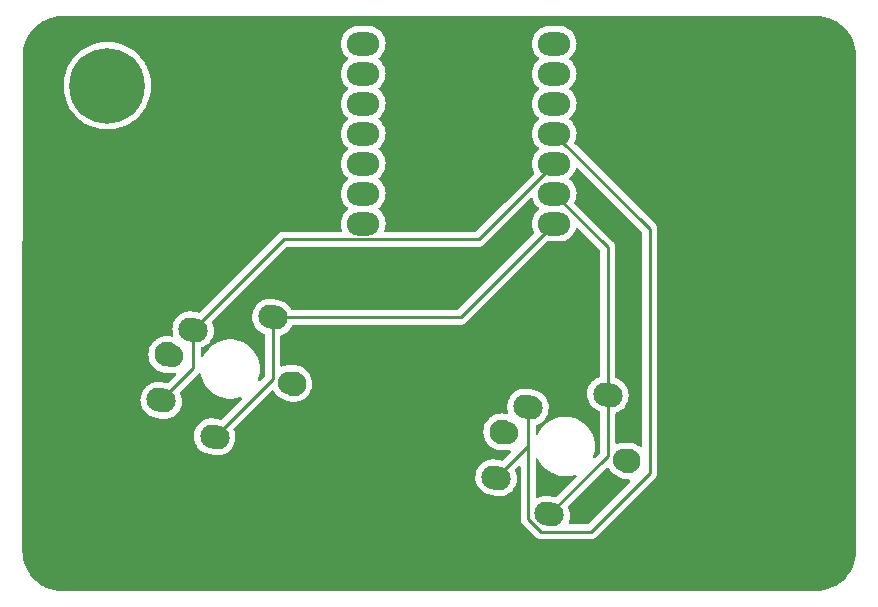
<source format=gbr>
%TF.GenerationSoftware,KiCad,Pcbnew,(5.99.0-11661-g1332208ab1)*%
%TF.CreationDate,2021-08-31T19:17:50-04:00*%
%TF.ProjectId,bongocat,626f6e67-6f63-4617-942e-6b696361645f,rev?*%
%TF.SameCoordinates,Original*%
%TF.FileFunction,Copper,L2,Bot*%
%TF.FilePolarity,Positive*%
%FSLAX46Y46*%
G04 Gerber Fmt 4.6, Leading zero omitted, Abs format (unit mm)*
G04 Created by KiCad (PCBNEW (5.99.0-11661-g1332208ab1)) date 2021-08-31 19:17:50*
%MOMM*%
%LPD*%
G01*
G04 APERTURE LIST*
G04 Aperture macros list*
%AMHorizOval*
0 Thick line with rounded ends*
0 $1 width*
0 $2 $3 position (X,Y) of the first rounded end (center of the circle)*
0 $4 $5 position (X,Y) of the second rounded end (center of the circle)*
0 Add line between two ends*
20,1,$1,$2,$3,$4,$5,0*
0 Add two circle primitives to create the rounded ends*
1,1,$1,$2,$3*
1,1,$1,$4,$5*%
G04 Aperture macros list end*
%TA.AperFunction,WasherPad*%
%ADD10C,2.100000*%
%TD*%
%TA.AperFunction,WasherPad*%
%ADD11C,1.900000*%
%TD*%
%TA.AperFunction,ComponentPad*%
%ADD12HorizOval,2.000000X0.243593X-0.056238X-0.243593X0.056238X0*%
%TD*%
%TA.AperFunction,ComponentPad*%
%ADD13C,6.400000*%
%TD*%
%TA.AperFunction,SMDPad,CuDef*%
%ADD14O,2.748280X1.998980*%
%TD*%
%TA.AperFunction,Conductor*%
%ADD15C,0.250000*%
%TD*%
G04 APERTURE END LIST*
D10*
%TO.P,SW1,*%
%TO.N,*%
X184713722Y-89183428D03*
D11*
X184304487Y-89088948D03*
D10*
X173995652Y-86708966D03*
D11*
X174404887Y-86803446D03*
D12*
%TO.P,SW1,1,1*%
%TO.N,row0*%
X173508091Y-90598990D03*
X176213713Y-84614234D03*
%TO.P,SW1,2,2*%
%TO.N,col0*%
X178027476Y-93694980D03*
X182972338Y-83567773D03*
%TD*%
D13*
%TO.P,REF\u002A\u002A,1*%
%TO.N,N/C*%
X140600000Y-57400000D03*
%TD*%
D10*
%TO.P,SW2,*%
%TO.N,*%
X145640965Y-80162769D03*
X156359035Y-82637231D03*
D11*
X146050200Y-80257249D03*
X155949800Y-82542751D03*
D12*
%TO.P,SW2,1,1*%
%TO.N,row1*%
X145153404Y-84052793D03*
X147859026Y-78068037D03*
%TO.P,SW2,2,2*%
%TO.N,col1*%
X149672789Y-87148783D03*
X154617651Y-77021576D03*
%TD*%
D14*
%TO.P,U1,1,PA02_A0_D0*%
%TO.N,unconnected-(U1-Pad1)*%
X178431290Y-53850490D03*
%TO.P,U1,2,PA4_A1_D1*%
%TO.N,unconnected-(U1-Pad2)*%
X178431290Y-56390490D03*
%TO.P,U1,3,PA10_A2_D2*%
%TO.N,unconnected-(U1-Pad3)*%
X178431290Y-58930490D03*
%TO.P,U1,4,PA11_A3_D3*%
%TO.N,row0*%
X178431290Y-61470490D03*
%TO.P,U1,5,PA8_A4_D4_SDA*%
%TO.N,row1*%
X178431290Y-64010490D03*
%TO.P,U1,6,PA9_A5_D5_SCL*%
%TO.N,col0*%
X178431290Y-66550490D03*
%TO.P,U1,7,PB08_A6_D6_TX*%
%TO.N,col1*%
X178431290Y-69090490D03*
%TO.P,U1,8,PB09_A7_D7_RX*%
%TO.N,unconnected-(U1-Pad8)*%
X162266730Y-69090490D03*
%TO.P,U1,9,PA7_A8_D8_SCK*%
%TO.N,unconnected-(U1-Pad9)*%
X162266730Y-66550490D03*
%TO.P,U1,10,PA5_A9_D9_MISO*%
%TO.N,unconnected-(U1-Pad10)*%
X162266730Y-64010490D03*
%TO.P,U1,11,PA6_A10_D10_MOSI*%
%TO.N,unconnected-(U1-Pad11)*%
X162266730Y-61470490D03*
%TO.P,U1,12,3V3*%
%TO.N,unconnected-(U1-Pad12)*%
X162266730Y-58930490D03*
%TO.P,U1,13,GND*%
%TO.N,GND*%
X162266730Y-56390490D03*
%TO.P,U1,14,5V*%
%TO.N,unconnected-(U1-Pad14)*%
X162266730Y-53850490D03*
%TD*%
D15*
%TO.N,row0*%
X186500000Y-69539200D02*
X178431290Y-61470490D01*
X176213713Y-87893368D02*
X173508091Y-90598990D01*
X177310666Y-95165206D02*
X181534794Y-95165206D01*
X176213713Y-84614234D02*
X176213713Y-87893368D01*
X186500000Y-90200000D02*
X186500000Y-69539200D01*
X181534794Y-95165206D02*
X186500000Y-90200000D01*
X176213713Y-94068253D02*
X177310666Y-95165206D01*
X176213713Y-84614234D02*
X176213713Y-94068253D01*
%TO.N,col0*%
X182972338Y-88750118D02*
X178027476Y-93694980D01*
X182972338Y-71091538D02*
X178431290Y-66550490D01*
X182972338Y-83567773D02*
X182972338Y-88750118D01*
X182972338Y-83567773D02*
X182972338Y-71091538D01*
%TO.N,row1*%
X155512563Y-70414500D02*
X172027280Y-70414500D01*
X172027280Y-70414500D02*
X178431290Y-64010490D01*
X147859026Y-81347171D02*
X145153404Y-84052793D01*
X147859026Y-78068037D02*
X147859026Y-81347171D01*
X147859026Y-78068037D02*
X155512563Y-70414500D01*
%TO.N,col1*%
X178431290Y-69090490D02*
X170500204Y-77021576D01*
X170500204Y-77021576D02*
X154617651Y-77021576D01*
X154617651Y-82203921D02*
X149672789Y-87148783D01*
X154617651Y-77021576D02*
X154617651Y-82203921D01*
%TD*%
%TA.AperFunction,NonConductor*%
G36*
X176536354Y-66905498D02*
G01*
X176593189Y-66948045D01*
X176613558Y-66989242D01*
X176638630Y-67077843D01*
X176640764Y-67082418D01*
X176640766Y-67082425D01*
X176739048Y-67293191D01*
X176741185Y-67297773D01*
X176744027Y-67301954D01*
X176744027Y-67301955D01*
X176874737Y-67494289D01*
X176874740Y-67494293D01*
X176877583Y-67498476D01*
X177044315Y-67674791D01*
X177103353Y-67719929D01*
X177145319Y-67777191D01*
X177149664Y-67848055D01*
X177110147Y-67914537D01*
X176972151Y-68036196D01*
X176972148Y-68036199D01*
X176968354Y-68039544D01*
X176814327Y-68227060D01*
X176692261Y-68436789D01*
X176690447Y-68441515D01*
X176690445Y-68441519D01*
X176643761Y-68563137D01*
X176605298Y-68663337D01*
X176555674Y-68900874D01*
X176544666Y-69143289D01*
X176572557Y-69384346D01*
X176573936Y-69389220D01*
X176573937Y-69389224D01*
X176612996Y-69527255D01*
X176638630Y-69617843D01*
X176718820Y-69789812D01*
X176729481Y-69860001D01*
X176700501Y-69924814D01*
X176693720Y-69932155D01*
X170274704Y-76351171D01*
X170212392Y-76385197D01*
X170185609Y-76388076D01*
X156277734Y-76388076D01*
X156209613Y-76368074D01*
X156169057Y-76325836D01*
X156103517Y-76214125D01*
X156103517Y-76214124D01*
X156100956Y-76209760D01*
X155946223Y-76022720D01*
X155763576Y-75862824D01*
X155739669Y-75847885D01*
X155562002Y-75736866D01*
X155561998Y-75736864D01*
X155557714Y-75734187D01*
X155333935Y-75640119D01*
X155305888Y-75632289D01*
X154953906Y-75551027D01*
X154656430Y-75482349D01*
X154656424Y-75482348D01*
X154653960Y-75481779D01*
X154474359Y-75455257D01*
X154355358Y-75456919D01*
X154236694Y-75458575D01*
X154236690Y-75458575D01*
X154231634Y-75458646D01*
X153992575Y-75500799D01*
X153987799Y-75502462D01*
X153987796Y-75502463D01*
X153887566Y-75537367D01*
X153763330Y-75580631D01*
X153549797Y-75696086D01*
X153357471Y-75844198D01*
X153354013Y-75847881D01*
X153354008Y-75847885D01*
X153203307Y-76008365D01*
X153191299Y-76021153D01*
X153188467Y-76025352D01*
X153188466Y-76025353D01*
X153061139Y-76214125D01*
X153055557Y-76222400D01*
X152953736Y-76442761D01*
X152952375Y-76447635D01*
X152952374Y-76447638D01*
X152902734Y-76625427D01*
X152888456Y-76676565D01*
X152861397Y-76917800D01*
X152873255Y-77160258D01*
X152923724Y-77397701D01*
X152925551Y-77402411D01*
X152925553Y-77402418D01*
X152982264Y-77548624D01*
X153011508Y-77624019D01*
X153014067Y-77628380D01*
X153014069Y-77628385D01*
X153124232Y-77816153D01*
X153134346Y-77833392D01*
X153137570Y-77837289D01*
X153137572Y-77837292D01*
X153217906Y-77934399D01*
X153289079Y-78020432D01*
X153471726Y-78180328D01*
X153476012Y-78183006D01*
X153476013Y-78183007D01*
X153673299Y-78306286D01*
X153673303Y-78306288D01*
X153677587Y-78308965D01*
X153900045Y-78402477D01*
X153900046Y-78402478D01*
X153901367Y-78403033D01*
X153901241Y-78403332D01*
X153957342Y-78443443D01*
X153983603Y-78509405D01*
X153984151Y-78521142D01*
X153984151Y-81889327D01*
X153964149Y-81957448D01*
X153947246Y-81978422D01*
X153581266Y-82344402D01*
X153518954Y-82378428D01*
X153448139Y-82373363D01*
X153391303Y-82330816D01*
X153366492Y-82264296D01*
X153372338Y-82216371D01*
X153382104Y-82186316D01*
X153434495Y-82025072D01*
X153493641Y-81715020D01*
X153513460Y-81400000D01*
X153493641Y-81084980D01*
X153434495Y-80774928D01*
X153336956Y-80474734D01*
X153335267Y-80471144D01*
X153204250Y-80192717D01*
X153204246Y-80192710D01*
X153202562Y-80189131D01*
X153033432Y-79922625D01*
X152832233Y-79679418D01*
X152602140Y-79463346D01*
X152594243Y-79457608D01*
X152501790Y-79390438D01*
X152346779Y-79277816D01*
X152292725Y-79248099D01*
X152073648Y-79127660D01*
X152073647Y-79127659D01*
X152070179Y-79125753D01*
X152066510Y-79124300D01*
X152066505Y-79124298D01*
X151780372Y-79011010D01*
X151780371Y-79011010D01*
X151776702Y-79009557D01*
X151470975Y-78931060D01*
X151157821Y-78891500D01*
X150842179Y-78891500D01*
X150529025Y-78931060D01*
X150223298Y-79009557D01*
X150219629Y-79011010D01*
X150219628Y-79011010D01*
X149933495Y-79124298D01*
X149933490Y-79124300D01*
X149929821Y-79125753D01*
X149926353Y-79127659D01*
X149926352Y-79127660D01*
X149707276Y-79248099D01*
X149653221Y-79277816D01*
X149498210Y-79390438D01*
X149405758Y-79457608D01*
X149397860Y-79463346D01*
X149167767Y-79679418D01*
X148966568Y-79922625D01*
X148797438Y-80189131D01*
X148795751Y-80192717D01*
X148732534Y-80327060D01*
X148685432Y-80380181D01*
X148617087Y-80399404D01*
X148549199Y-80378625D01*
X148503322Y-80324442D01*
X148492526Y-80273412D01*
X148492526Y-79675423D01*
X148512528Y-79607302D01*
X148566184Y-79560809D01*
X148577089Y-79556432D01*
X148713347Y-79508982D01*
X148926880Y-79393527D01*
X149119206Y-79245415D01*
X149122664Y-79241732D01*
X149122669Y-79241728D01*
X149281910Y-79072153D01*
X149285378Y-79068460D01*
X149404403Y-78891997D01*
X149418290Y-78871409D01*
X149418291Y-78871407D01*
X149421120Y-78867213D01*
X149522941Y-78646852D01*
X149530911Y-78618309D01*
X149586860Y-78417923D01*
X149586860Y-78417921D01*
X149588221Y-78413048D01*
X149589345Y-78403033D01*
X149614716Y-78176841D01*
X149615280Y-78171813D01*
X149607953Y-78021999D01*
X149603669Y-77934399D01*
X149603669Y-77934395D01*
X149603422Y-77929355D01*
X149552953Y-77691912D01*
X149551126Y-77687202D01*
X149551124Y-77687195D01*
X149465169Y-77465594D01*
X149467204Y-77464805D01*
X149457070Y-77403804D01*
X149485146Y-77338594D01*
X149493054Y-77329914D01*
X155738063Y-71084905D01*
X155800375Y-71050879D01*
X155827158Y-71048000D01*
X171948513Y-71048000D01*
X171959696Y-71048527D01*
X171967189Y-71050202D01*
X171975115Y-71049953D01*
X171975116Y-71049953D01*
X172035266Y-71048062D01*
X172039225Y-71048000D01*
X172067136Y-71048000D01*
X172071071Y-71047503D01*
X172071136Y-71047495D01*
X172082973Y-71046562D01*
X172115231Y-71045548D01*
X172119250Y-71045422D01*
X172127169Y-71045173D01*
X172146623Y-71039521D01*
X172165980Y-71035513D01*
X172178210Y-71033968D01*
X172178211Y-71033968D01*
X172186077Y-71032974D01*
X172193448Y-71030055D01*
X172193450Y-71030055D01*
X172227192Y-71016696D01*
X172238422Y-71012851D01*
X172273263Y-71002729D01*
X172273264Y-71002729D01*
X172280873Y-71000518D01*
X172287692Y-70996485D01*
X172287697Y-70996483D01*
X172298308Y-70990207D01*
X172316056Y-70981512D01*
X172334897Y-70974052D01*
X172370667Y-70948064D01*
X172380587Y-70941548D01*
X172411815Y-70923080D01*
X172411818Y-70923078D01*
X172418642Y-70919042D01*
X172432963Y-70904721D01*
X172447997Y-70891880D01*
X172457974Y-70884631D01*
X172464387Y-70879972D01*
X172492578Y-70845895D01*
X172500568Y-70837116D01*
X176403226Y-66934459D01*
X176465538Y-66900433D01*
X176536354Y-66905498D01*
G37*
%TD.AperFunction*%
%TA.AperFunction,NonConductor*%
G36*
X180434847Y-64376698D02*
G01*
X180462507Y-64397611D01*
X183147320Y-67082425D01*
X185829595Y-69764700D01*
X185863621Y-69827012D01*
X185866500Y-69853795D01*
X185866500Y-87845115D01*
X185846498Y-87913236D01*
X185792842Y-87959729D01*
X185722568Y-87969833D01*
X185658669Y-87940926D01*
X185636385Y-87921893D01*
X185636382Y-87921891D01*
X185632618Y-87918676D01*
X185628395Y-87916088D01*
X185628392Y-87916086D01*
X185559207Y-87873690D01*
X185423454Y-87790501D01*
X185259820Y-87722721D01*
X185201387Y-87698517D01*
X185201385Y-87698516D01*
X185196814Y-87696623D01*
X185072996Y-87666897D01*
X184963092Y-87640511D01*
X184963086Y-87640510D01*
X184958279Y-87639356D01*
X184713722Y-87620109D01*
X184495419Y-87637290D01*
X184463441Y-87635725D01*
X184442214Y-87631944D01*
X184362282Y-87630967D01*
X184207568Y-87629077D01*
X184207566Y-87629077D01*
X184202398Y-87629014D01*
X183965324Y-87665291D01*
X183770982Y-87728812D01*
X183700020Y-87730963D01*
X183639158Y-87694407D01*
X183607721Y-87630750D01*
X183605838Y-87609047D01*
X183605838Y-85175159D01*
X183625840Y-85107038D01*
X183679496Y-85060545D01*
X183690401Y-85056168D01*
X183758082Y-85032599D01*
X183826659Y-85008718D01*
X184040192Y-84893263D01*
X184232518Y-84745151D01*
X184235976Y-84741468D01*
X184235981Y-84741464D01*
X184395222Y-84571889D01*
X184398690Y-84568196D01*
X184525906Y-84379589D01*
X184531602Y-84371145D01*
X184531603Y-84371143D01*
X184534432Y-84366949D01*
X184636253Y-84146588D01*
X184642228Y-84125191D01*
X184700172Y-83917659D01*
X184700172Y-83917657D01*
X184701533Y-83912784D01*
X184728592Y-83671549D01*
X184724686Y-83591684D01*
X184716981Y-83434135D01*
X184716981Y-83434131D01*
X184716734Y-83429091D01*
X184706813Y-83382413D01*
X184667317Y-83196597D01*
X184667317Y-83196596D01*
X184666265Y-83191648D01*
X184664438Y-83186938D01*
X184664436Y-83186931D01*
X184580311Y-82970048D01*
X184578481Y-82965330D01*
X184575922Y-82960969D01*
X184575920Y-82960964D01*
X184458204Y-82760322D01*
X184458204Y-82760321D01*
X184455643Y-82755957D01*
X184431939Y-82727303D01*
X184304139Y-82572820D01*
X184304138Y-82572819D01*
X184300910Y-82568917D01*
X184118263Y-82409021D01*
X184113976Y-82406342D01*
X183916689Y-82283063D01*
X183916685Y-82283061D01*
X183912401Y-82280384D01*
X183689944Y-82186872D01*
X183689943Y-82186871D01*
X183688622Y-82186316D01*
X183688748Y-82186017D01*
X183632647Y-82145906D01*
X183606386Y-82079944D01*
X183605838Y-82068207D01*
X183605838Y-71170306D01*
X183606365Y-71159123D01*
X183608040Y-71151630D01*
X183605900Y-71083539D01*
X183605838Y-71079582D01*
X183605838Y-71051682D01*
X183605334Y-71047691D01*
X183604401Y-71035849D01*
X183604391Y-71035513D01*
X183603012Y-70991649D01*
X183597359Y-70972190D01*
X183593350Y-70952831D01*
X183592748Y-70948064D01*
X183590812Y-70932741D01*
X183587896Y-70925375D01*
X183587894Y-70925369D01*
X183574538Y-70891636D01*
X183570693Y-70880406D01*
X183560568Y-70845555D01*
X183560568Y-70845554D01*
X183558357Y-70837945D01*
X183548043Y-70820504D01*
X183539346Y-70802751D01*
X183534810Y-70791296D01*
X183531890Y-70783921D01*
X183505901Y-70748150D01*
X183499385Y-70738230D01*
X183480916Y-70707001D01*
X183476880Y-70700176D01*
X183462559Y-70685855D01*
X183449718Y-70670821D01*
X183442469Y-70660844D01*
X183437810Y-70654431D01*
X183403733Y-70626240D01*
X183394954Y-70618250D01*
X180169244Y-67392539D01*
X180135218Y-67330227D01*
X180140283Y-67259411D01*
X180149436Y-67240071D01*
X180170319Y-67204191D01*
X180217061Y-67082425D01*
X180255467Y-66982372D01*
X180255468Y-66982369D01*
X180257282Y-66977643D01*
X180306906Y-66740106D01*
X180317914Y-66497691D01*
X180290023Y-66256634D01*
X180253708Y-66128297D01*
X180225328Y-66028006D01*
X180225327Y-66028004D01*
X180223950Y-66023137D01*
X180221816Y-66018562D01*
X180221814Y-66018555D01*
X180123532Y-65807789D01*
X180123530Y-65807785D01*
X180121395Y-65803207D01*
X180118553Y-65799025D01*
X179987843Y-65606691D01*
X179987840Y-65606687D01*
X179984997Y-65602504D01*
X179818265Y-65426189D01*
X179759227Y-65381051D01*
X179717261Y-65323789D01*
X179712916Y-65252925D01*
X179752433Y-65186443D01*
X179890429Y-65064784D01*
X179890432Y-65064781D01*
X179894226Y-65061436D01*
X180048253Y-64873920D01*
X180170319Y-64664191D01*
X180255782Y-64441551D01*
X180298866Y-64385124D01*
X180365620Y-64360947D01*
X180434847Y-64376698D01*
G37*
%TD.AperFunction*%
%TA.AperFunction,NonConductor*%
G36*
X177055725Y-88977561D02*
G01*
X177087221Y-89019136D01*
X177152125Y-89157066D01*
X177321255Y-89423572D01*
X177323780Y-89426624D01*
X177514630Y-89657321D01*
X177522454Y-89666779D01*
X177752547Y-89882851D01*
X178007908Y-90068381D01*
X178011377Y-90070288D01*
X178011380Y-90070290D01*
X178281039Y-90218537D01*
X178284508Y-90220444D01*
X178288177Y-90221897D01*
X178288182Y-90221899D01*
X178550179Y-90325631D01*
X178577985Y-90336640D01*
X178883712Y-90415137D01*
X179196866Y-90454697D01*
X179512508Y-90454697D01*
X179825662Y-90415137D01*
X180131389Y-90336640D01*
X180135059Y-90335187D01*
X180135065Y-90335185D01*
X180159196Y-90325631D01*
X180229896Y-90319152D01*
X180292876Y-90351925D01*
X180328140Y-90413545D01*
X180324491Y-90484447D01*
X180294674Y-90531877D01*
X178606793Y-92219758D01*
X178544481Y-92253784D01*
X178489355Y-92253434D01*
X178339785Y-92218903D01*
X178066255Y-92155753D01*
X178066249Y-92155752D01*
X178063785Y-92155183D01*
X177884184Y-92128661D01*
X177765183Y-92130323D01*
X177646519Y-92131979D01*
X177646515Y-92131979D01*
X177641459Y-92132050D01*
X177402400Y-92174203D01*
X177397624Y-92175866D01*
X177397621Y-92175867D01*
X177297391Y-92210771D01*
X177173155Y-92254035D01*
X177168704Y-92256441D01*
X177168703Y-92256442D01*
X177033141Y-92329739D01*
X176963705Y-92344544D01*
X176897288Y-92319458D01*
X176854976Y-92262447D01*
X176847213Y-92218903D01*
X176847213Y-89072785D01*
X176867215Y-89004664D01*
X176920871Y-88958171D01*
X176991145Y-88948067D01*
X177055725Y-88977561D01*
G37*
%TD.AperFunction*%
%TA.AperFunction,NonConductor*%
G36*
X182969423Y-89753104D02*
G01*
X183026259Y-89795651D01*
X183032824Y-89805326D01*
X183120801Y-89948894D01*
X183120805Y-89948899D01*
X183123501Y-89953299D01*
X183280530Y-90134578D01*
X183465058Y-90287776D01*
X183672130Y-90408779D01*
X183794131Y-90455367D01*
X183816178Y-90463786D01*
X183837062Y-90474063D01*
X183920250Y-90525040D01*
X184003990Y-90576355D01*
X184108800Y-90619769D01*
X184226057Y-90668339D01*
X184226059Y-90668340D01*
X184230630Y-90670233D01*
X184313285Y-90690077D01*
X184464352Y-90726345D01*
X184464358Y-90726346D01*
X184469165Y-90727500D01*
X184713722Y-90746747D01*
X184718652Y-90746359D01*
X184718662Y-90746359D01*
X184746216Y-90744190D01*
X184815697Y-90758784D01*
X184866257Y-90808626D01*
X184881844Y-90877890D01*
X184857510Y-90944586D01*
X184845199Y-90958896D01*
X181309294Y-94494801D01*
X181246982Y-94528827D01*
X181220199Y-94531706D01*
X179769240Y-94531706D01*
X179701119Y-94511704D01*
X179654626Y-94458048D01*
X179644522Y-94387774D01*
X179654860Y-94352855D01*
X179691391Y-94273795D01*
X179733229Y-94123952D01*
X179755310Y-94044866D01*
X179755310Y-94044864D01*
X179756671Y-94039991D01*
X179783730Y-93798756D01*
X179771872Y-93556298D01*
X179721403Y-93318855D01*
X179719576Y-93314145D01*
X179719574Y-93314138D01*
X179633619Y-93092537D01*
X179635654Y-93091748D01*
X179625520Y-93030747D01*
X179653596Y-92965537D01*
X179661504Y-92956857D01*
X182836296Y-89782065D01*
X182898608Y-89748039D01*
X182969423Y-89753104D01*
G37*
%TD.AperFunction*%
%TA.AperFunction,NonConductor*%
G36*
X200570082Y-51509504D02*
G01*
X200584857Y-51511805D01*
X200584861Y-51511805D01*
X200593730Y-51513186D01*
X200612411Y-51510743D01*
X200635342Y-51509852D01*
X200948496Y-51526264D01*
X200961612Y-51527642D01*
X201299780Y-51581202D01*
X201312680Y-51583944D01*
X201643395Y-51672559D01*
X201655938Y-51676635D01*
X201975566Y-51799329D01*
X201987615Y-51804693D01*
X202292682Y-51960132D01*
X202304098Y-51966723D01*
X202591252Y-52153203D01*
X202601912Y-52160949D01*
X202710644Y-52248998D01*
X202867989Y-52376414D01*
X202877790Y-52385239D01*
X203119885Y-52627334D01*
X203128710Y-52637135D01*
X203340625Y-52898827D01*
X203344173Y-52903209D01*
X203351921Y-52913872D01*
X203538398Y-53201021D01*
X203544992Y-53212442D01*
X203700431Y-53517509D01*
X203705795Y-53529558D01*
X203828489Y-53849186D01*
X203832565Y-53861727D01*
X203834290Y-53868167D01*
X203921180Y-54192444D01*
X203923922Y-54205343D01*
X203971254Y-54504191D01*
X203977482Y-54543512D01*
X203978860Y-54556628D01*
X203991728Y-54802153D01*
X203994888Y-54862454D01*
X203993560Y-54888436D01*
X203993319Y-54889980D01*
X203993319Y-54889984D01*
X203991938Y-54898854D01*
X203993102Y-54907756D01*
X203993102Y-54907759D01*
X203996055Y-54930338D01*
X203997119Y-54946690D01*
X203992006Y-96739307D01*
X203990506Y-96758675D01*
X203986814Y-96782390D01*
X203989117Y-96800000D01*
X203989257Y-96801070D01*
X203990148Y-96824003D01*
X203973736Y-97137155D01*
X203972358Y-97150272D01*
X203918798Y-97488440D01*
X203916056Y-97501340D01*
X203827441Y-97832055D01*
X203823365Y-97844598D01*
X203700671Y-98164226D01*
X203695307Y-98176275D01*
X203539868Y-98481342D01*
X203533277Y-98492758D01*
X203346797Y-98779912D01*
X203339049Y-98790575D01*
X203123586Y-99056649D01*
X203114761Y-99066450D01*
X202872666Y-99308545D01*
X202862865Y-99317370D01*
X202697844Y-99451002D01*
X202596791Y-99532833D01*
X202586128Y-99540581D01*
X202298974Y-99727061D01*
X202287558Y-99733652D01*
X201982491Y-99889091D01*
X201970442Y-99894455D01*
X201650814Y-100017149D01*
X201638273Y-100021225D01*
X201517886Y-100053482D01*
X201307556Y-100109840D01*
X201294656Y-100112582D01*
X200956488Y-100166142D01*
X200943372Y-100167520D01*
X200637542Y-100183548D01*
X200611564Y-100182220D01*
X200610020Y-100181979D01*
X200610016Y-100181979D01*
X200601146Y-100180598D01*
X200569562Y-100184728D01*
X200553251Y-100185791D01*
X136849288Y-100197114D01*
X136829884Y-100195614D01*
X136821192Y-100194261D01*
X136806270Y-100191938D01*
X136787589Y-100194381D01*
X136764658Y-100195272D01*
X136451504Y-100178860D01*
X136438388Y-100177482D01*
X136100220Y-100123922D01*
X136087320Y-100121180D01*
X135756605Y-100032565D01*
X135744062Y-100028489D01*
X135424434Y-99905795D01*
X135412385Y-99900431D01*
X135107318Y-99744992D01*
X135095902Y-99738401D01*
X134808748Y-99551921D01*
X134798085Y-99544173D01*
X134793656Y-99540586D01*
X134532011Y-99328710D01*
X134522210Y-99319885D01*
X134280115Y-99077790D01*
X134271290Y-99067989D01*
X134055827Y-98801915D01*
X134048079Y-98791252D01*
X133861599Y-98504098D01*
X133855008Y-98492682D01*
X133699569Y-98187615D01*
X133694205Y-98175566D01*
X133571511Y-97855938D01*
X133567435Y-97843395D01*
X133564397Y-97832055D01*
X133478820Y-97512680D01*
X133476078Y-97499780D01*
X133422518Y-97161612D01*
X133421140Y-97148495D01*
X133405112Y-96842670D01*
X133406440Y-96816688D01*
X133406681Y-96815144D01*
X133406681Y-96815140D01*
X133408062Y-96806270D01*
X133405603Y-96787461D01*
X133403951Y-96774834D01*
X133402887Y-96758462D01*
X133406355Y-83949017D01*
X143397150Y-83949017D01*
X143397397Y-83954068D01*
X143397397Y-83954070D01*
X143408511Y-84181303D01*
X143409008Y-84191475D01*
X143410058Y-84196413D01*
X143410058Y-84196416D01*
X143418920Y-84238109D01*
X143459477Y-84428918D01*
X143461304Y-84433628D01*
X143461306Y-84433635D01*
X143538096Y-84631608D01*
X143547261Y-84655236D01*
X143549820Y-84659597D01*
X143549822Y-84659602D01*
X143601610Y-84747872D01*
X143670099Y-84864609D01*
X143673323Y-84868506D01*
X143673325Y-84868509D01*
X143774128Y-84990359D01*
X143824832Y-85051649D01*
X144007479Y-85211545D01*
X144011765Y-85214223D01*
X144011766Y-85214224D01*
X144209052Y-85337503D01*
X144209056Y-85337505D01*
X144213340Y-85340182D01*
X144217999Y-85342140D01*
X144218000Y-85342141D01*
X144376612Y-85408815D01*
X144437120Y-85434250D01*
X144465167Y-85442080D01*
X144817149Y-85523342D01*
X145114625Y-85592020D01*
X145114631Y-85592021D01*
X145117095Y-85592590D01*
X145296696Y-85619112D01*
X145415697Y-85617450D01*
X145534361Y-85615794D01*
X145534365Y-85615794D01*
X145539421Y-85615723D01*
X145778480Y-85573570D01*
X145783256Y-85571907D01*
X145783259Y-85571906D01*
X145883489Y-85537002D01*
X146007725Y-85493738D01*
X146038207Y-85477257D01*
X146115778Y-85435315D01*
X146221258Y-85378283D01*
X146413584Y-85230171D01*
X146417042Y-85226488D01*
X146417047Y-85226484D01*
X146576288Y-85056909D01*
X146579756Y-85053216D01*
X146622638Y-84989640D01*
X146712668Y-84856165D01*
X146712669Y-84856163D01*
X146715498Y-84851969D01*
X146817319Y-84631608D01*
X146836552Y-84562726D01*
X146881238Y-84402679D01*
X146881238Y-84402677D01*
X146882599Y-84397804D01*
X146885590Y-84371145D01*
X146909094Y-84161597D01*
X146909658Y-84156569D01*
X146908931Y-84141711D01*
X146898047Y-83919155D01*
X146898047Y-83919151D01*
X146897800Y-83914111D01*
X146896608Y-83908500D01*
X146848383Y-83681617D01*
X146848383Y-83681616D01*
X146847331Y-83676668D01*
X146845504Y-83671958D01*
X146845502Y-83671951D01*
X146759547Y-83450350D01*
X146761572Y-83449564D01*
X146751454Y-83388511D01*
X146779555Y-83323312D01*
X146787432Y-83314669D01*
X148251273Y-81850828D01*
X148259563Y-81843284D01*
X148266044Y-81839171D01*
X148312685Y-81789503D01*
X148315439Y-81786662D01*
X148318979Y-81783122D01*
X148381291Y-81749096D01*
X148452106Y-81754161D01*
X148508942Y-81796708D01*
X148531842Y-81848607D01*
X148543649Y-81910500D01*
X148565505Y-82025072D01*
X148663044Y-82325266D01*
X148664731Y-82328852D01*
X148664733Y-82328856D01*
X148795750Y-82607283D01*
X148795754Y-82607290D01*
X148797438Y-82610869D01*
X148966568Y-82877375D01*
X149035719Y-82960964D01*
X149159943Y-83111124D01*
X149167767Y-83120582D01*
X149397860Y-83336654D01*
X149401062Y-83338981D01*
X149401064Y-83338982D01*
X149412049Y-83346963D01*
X149653221Y-83522184D01*
X149656690Y-83524091D01*
X149656693Y-83524093D01*
X149926352Y-83672340D01*
X149929821Y-83674247D01*
X149933490Y-83675700D01*
X149933495Y-83675702D01*
X150179128Y-83772955D01*
X150223298Y-83790443D01*
X150529025Y-83868940D01*
X150842179Y-83908500D01*
X151157821Y-83908500D01*
X151470975Y-83868940D01*
X151776702Y-83790443D01*
X151780372Y-83788990D01*
X151780378Y-83788988D01*
X151804509Y-83779434D01*
X151875209Y-83772955D01*
X151938189Y-83805728D01*
X151973453Y-83867348D01*
X151969804Y-83938250D01*
X151939987Y-83985680D01*
X150252106Y-85673561D01*
X150189794Y-85707587D01*
X150134668Y-85707237D01*
X149975521Y-85670495D01*
X149711568Y-85609556D01*
X149711562Y-85609555D01*
X149709098Y-85608986D01*
X149529497Y-85582464D01*
X149410496Y-85584126D01*
X149291832Y-85585782D01*
X149291828Y-85585782D01*
X149286772Y-85585853D01*
X149047713Y-85628006D01*
X149042937Y-85629669D01*
X149042934Y-85629670D01*
X148942704Y-85664574D01*
X148818468Y-85707838D01*
X148604935Y-85823293D01*
X148412609Y-85971405D01*
X148409151Y-85975088D01*
X148409146Y-85975092D01*
X148374249Y-86012254D01*
X148246437Y-86148360D01*
X148243605Y-86152559D01*
X148243604Y-86152560D01*
X148192270Y-86228667D01*
X148110695Y-86349607D01*
X148008874Y-86569968D01*
X148007513Y-86574842D01*
X148007512Y-86574845D01*
X147962704Y-86735328D01*
X147943594Y-86803772D01*
X147943031Y-86808795D01*
X147943030Y-86808798D01*
X147935800Y-86873257D01*
X147916535Y-87045007D01*
X147916782Y-87050058D01*
X147916782Y-87050060D01*
X147926932Y-87257587D01*
X147928393Y-87287465D01*
X147929443Y-87292403D01*
X147929443Y-87292406D01*
X147971180Y-87488768D01*
X147978862Y-87524908D01*
X147980689Y-87529618D01*
X147980691Y-87529625D01*
X148057481Y-87727598D01*
X148066646Y-87751226D01*
X148069205Y-87755587D01*
X148069207Y-87755592D01*
X148184530Y-87952155D01*
X148189484Y-87960599D01*
X148192708Y-87964496D01*
X148192710Y-87964499D01*
X148340988Y-88143736D01*
X148344217Y-88147639D01*
X148526864Y-88307535D01*
X148531150Y-88310213D01*
X148531151Y-88310214D01*
X148728437Y-88433493D01*
X148728441Y-88433495D01*
X148732725Y-88436172D01*
X148737384Y-88438130D01*
X148737385Y-88438131D01*
X148855339Y-88487714D01*
X148956505Y-88530240D01*
X148984552Y-88538070D01*
X149336534Y-88619332D01*
X149634010Y-88688010D01*
X149634016Y-88688011D01*
X149636480Y-88688580D01*
X149816081Y-88715102D01*
X149935082Y-88713440D01*
X150053746Y-88711784D01*
X150053750Y-88711784D01*
X150058806Y-88711713D01*
X150297865Y-88669560D01*
X150302641Y-88667897D01*
X150302644Y-88667896D01*
X150402874Y-88632992D01*
X150527110Y-88589728D01*
X150740643Y-88474273D01*
X150932969Y-88326161D01*
X150936427Y-88322478D01*
X150936432Y-88322474D01*
X151095673Y-88152899D01*
X151099141Y-88149206D01*
X151147173Y-88077995D01*
X151232053Y-87952155D01*
X151232054Y-87952153D01*
X151234883Y-87947959D01*
X151336704Y-87727598D01*
X151345353Y-87696623D01*
X151400623Y-87498669D01*
X151400623Y-87498667D01*
X151401984Y-87493794D01*
X151410408Y-87418698D01*
X151428479Y-87257587D01*
X151429043Y-87252559D01*
X151425849Y-87187246D01*
X151417432Y-87015145D01*
X151417432Y-87015141D01*
X151417185Y-87010101D01*
X151404111Y-86948589D01*
X151367768Y-86777607D01*
X151367768Y-86777606D01*
X151366716Y-86772658D01*
X151364889Y-86767948D01*
X151364887Y-86767941D01*
X151278932Y-86546340D01*
X151280967Y-86545551D01*
X151270833Y-86484550D01*
X151298909Y-86419340D01*
X151306817Y-86410660D01*
X154481609Y-83235868D01*
X154543921Y-83201842D01*
X154614736Y-83206907D01*
X154671572Y-83249454D01*
X154678137Y-83259129D01*
X154766114Y-83402697D01*
X154766118Y-83402702D01*
X154768814Y-83407102D01*
X154772198Y-83411008D01*
X154772199Y-83411010D01*
X154805596Y-83449564D01*
X154925843Y-83588381D01*
X155110371Y-83741579D01*
X155317443Y-83862582D01*
X155439444Y-83909170D01*
X155461491Y-83917589D01*
X155482375Y-83927866D01*
X155508686Y-83943989D01*
X155649303Y-84030158D01*
X155794002Y-84090095D01*
X155871370Y-84122142D01*
X155871372Y-84122143D01*
X155875943Y-84124036D01*
X155949565Y-84141711D01*
X156109665Y-84180148D01*
X156109671Y-84180149D01*
X156114478Y-84181303D01*
X156359035Y-84200550D01*
X156603592Y-84181303D01*
X156608399Y-84180149D01*
X156608405Y-84180148D01*
X156768505Y-84141711D01*
X156842127Y-84124036D01*
X156846698Y-84122143D01*
X156846700Y-84122142D01*
X156924068Y-84090095D01*
X157068767Y-84030158D01*
X157209383Y-83943989D01*
X157273705Y-83904573D01*
X157273708Y-83904571D01*
X157277931Y-83901983D01*
X157317773Y-83867955D01*
X157460712Y-83745872D01*
X157464468Y-83742664D01*
X157516608Y-83681617D01*
X157620570Y-83559894D01*
X157620572Y-83559891D01*
X157623787Y-83556127D01*
X157643418Y-83524093D01*
X157685462Y-83455482D01*
X157751962Y-83346963D01*
X157845840Y-83120323D01*
X157881918Y-82970048D01*
X157901952Y-82886601D01*
X157901953Y-82886595D01*
X157903107Y-82881788D01*
X157922354Y-82637231D01*
X157903107Y-82392674D01*
X157888257Y-82330816D01*
X157865684Y-82236794D01*
X157845840Y-82154139D01*
X157835525Y-82129235D01*
X157793942Y-82028848D01*
X157751962Y-81927499D01*
X157628538Y-81726088D01*
X157626377Y-81722561D01*
X157626375Y-81722558D01*
X157623787Y-81718335D01*
X157617218Y-81710643D01*
X157467676Y-81535554D01*
X157464468Y-81531798D01*
X157456879Y-81525316D01*
X157281698Y-81375696D01*
X157281695Y-81375694D01*
X157277931Y-81372479D01*
X157273708Y-81369891D01*
X157273705Y-81369889D01*
X157204520Y-81327493D01*
X157068767Y-81244304D01*
X156919838Y-81182615D01*
X156846700Y-81152320D01*
X156846698Y-81152319D01*
X156842127Y-81150426D01*
X156718309Y-81120700D01*
X156608405Y-81094314D01*
X156608399Y-81094313D01*
X156603592Y-81093159D01*
X156359035Y-81073912D01*
X156140732Y-81091093D01*
X156108754Y-81089528D01*
X156087527Y-81085747D01*
X156007595Y-81084770D01*
X155852881Y-81082880D01*
X155852879Y-81082880D01*
X155847711Y-81082817D01*
X155610637Y-81119094D01*
X155416295Y-81182615D01*
X155345333Y-81184766D01*
X155284471Y-81148210D01*
X155253034Y-81084553D01*
X155251151Y-81062850D01*
X155251151Y-78628962D01*
X155271153Y-78560841D01*
X155324809Y-78514348D01*
X155335714Y-78509971D01*
X155403395Y-78486402D01*
X155471972Y-78462521D01*
X155685505Y-78347066D01*
X155877831Y-78198954D01*
X155881289Y-78195271D01*
X155881294Y-78195267D01*
X156040535Y-78025692D01*
X156044003Y-78021999D01*
X156171219Y-77833392D01*
X156176915Y-77824948D01*
X156176916Y-77824946D01*
X156179745Y-77820752D01*
X156222498Y-77728226D01*
X156269228Y-77674777D01*
X156336878Y-77655076D01*
X170421437Y-77655076D01*
X170432620Y-77655603D01*
X170440113Y-77657278D01*
X170448039Y-77657029D01*
X170448040Y-77657029D01*
X170508190Y-77655138D01*
X170512149Y-77655076D01*
X170540060Y-77655076D01*
X170543995Y-77654579D01*
X170544060Y-77654571D01*
X170555897Y-77653638D01*
X170588155Y-77652624D01*
X170592174Y-77652498D01*
X170600093Y-77652249D01*
X170619547Y-77646597D01*
X170638904Y-77642589D01*
X170651134Y-77641044D01*
X170651135Y-77641044D01*
X170659001Y-77640050D01*
X170666372Y-77637131D01*
X170666374Y-77637131D01*
X170700116Y-77623772D01*
X170711346Y-77619927D01*
X170746187Y-77609805D01*
X170746188Y-77609805D01*
X170753797Y-77607594D01*
X170760616Y-77603561D01*
X170760621Y-77603559D01*
X170771232Y-77597283D01*
X170788980Y-77588588D01*
X170807821Y-77581128D01*
X170843591Y-77555140D01*
X170853511Y-77548624D01*
X170884739Y-77530156D01*
X170884742Y-77530154D01*
X170891566Y-77526118D01*
X170905887Y-77511797D01*
X170920921Y-77498956D01*
X170930898Y-77491707D01*
X170937311Y-77487048D01*
X170965502Y-77452971D01*
X170973492Y-77444192D01*
X177788923Y-70628761D01*
X177851235Y-70594735D01*
X177899462Y-70593695D01*
X177919522Y-70597160D01*
X177923481Y-70597340D01*
X177923483Y-70597340D01*
X177947173Y-70598416D01*
X177947194Y-70598416D01*
X177948593Y-70598480D01*
X178866917Y-70598480D01*
X178869425Y-70598278D01*
X178869430Y-70598278D01*
X179042783Y-70584331D01*
X179042788Y-70584330D01*
X179047824Y-70583925D01*
X179052732Y-70582720D01*
X179052735Y-70582719D01*
X179278570Y-70527248D01*
X179283484Y-70526041D01*
X179288136Y-70524066D01*
X179288140Y-70524065D01*
X179502201Y-70433201D01*
X179506859Y-70431224D01*
X179583163Y-70383173D01*
X179707921Y-70304608D01*
X179707924Y-70304606D01*
X179712200Y-70301913D01*
X179755875Y-70263409D01*
X179890429Y-70144784D01*
X179890432Y-70144781D01*
X179894226Y-70141436D01*
X180048253Y-69953920D01*
X180170319Y-69744191D01*
X180255782Y-69521551D01*
X180298866Y-69465124D01*
X180365620Y-69440947D01*
X180434847Y-69456698D01*
X180462507Y-69477611D01*
X182301933Y-71317037D01*
X182335959Y-71379349D01*
X182338838Y-71406132D01*
X182338838Y-81960387D01*
X182318836Y-82028508D01*
X182265180Y-82075001D01*
X182254276Y-82079378D01*
X182118017Y-82126828D01*
X182113566Y-82129234D01*
X182113565Y-82129235D01*
X182058606Y-82158951D01*
X181904484Y-82242283D01*
X181712158Y-82390395D01*
X181708700Y-82394078D01*
X181708695Y-82394082D01*
X181579991Y-82531138D01*
X181545986Y-82567350D01*
X181543154Y-82571549D01*
X181543153Y-82571550D01*
X181415826Y-82760322D01*
X181410244Y-82768597D01*
X181308423Y-82988958D01*
X181307062Y-82993832D01*
X181307061Y-82993835D01*
X181247570Y-83206907D01*
X181243143Y-83222762D01*
X181242580Y-83227785D01*
X181242579Y-83227788D01*
X181228738Y-83351182D01*
X181216084Y-83463997D01*
X181216331Y-83469048D01*
X181216331Y-83469050D01*
X181226481Y-83676577D01*
X181227942Y-83706455D01*
X181228992Y-83711393D01*
X181228992Y-83711396D01*
X181277359Y-83938949D01*
X181278411Y-83943898D01*
X181280238Y-83948608D01*
X181280240Y-83948615D01*
X181357030Y-84146588D01*
X181366195Y-84170216D01*
X181368754Y-84174577D01*
X181368756Y-84174582D01*
X181478921Y-84362354D01*
X181489033Y-84379589D01*
X181492257Y-84383486D01*
X181492259Y-84383489D01*
X181572593Y-84480596D01*
X181643766Y-84566629D01*
X181826413Y-84726525D01*
X181830699Y-84729203D01*
X181830700Y-84729204D01*
X182027986Y-84852483D01*
X182027990Y-84852485D01*
X182032274Y-84855162D01*
X182036933Y-84857120D01*
X182036934Y-84857121D01*
X182064025Y-84868509D01*
X182254732Y-84948674D01*
X182254733Y-84948675D01*
X182256054Y-84949230D01*
X182255928Y-84949529D01*
X182312029Y-84989640D01*
X182338290Y-85055602D01*
X182338838Y-85067339D01*
X182338838Y-88435524D01*
X182318836Y-88503645D01*
X182301933Y-88524619D01*
X181935953Y-88890599D01*
X181873641Y-88924625D01*
X181802826Y-88919560D01*
X181745990Y-88877013D01*
X181721179Y-88810493D01*
X181727025Y-88762568D01*
X181743835Y-88710834D01*
X181789182Y-88571269D01*
X181848328Y-88261217D01*
X181868147Y-87946197D01*
X181848328Y-87631177D01*
X181789182Y-87321125D01*
X181691643Y-87020931D01*
X181689954Y-87017341D01*
X181558937Y-86738914D01*
X181558933Y-86738907D01*
X181557249Y-86735328D01*
X181388119Y-86468822D01*
X181186920Y-86225615D01*
X180956827Y-86009543D01*
X180948930Y-86003805D01*
X180856477Y-85936635D01*
X180701466Y-85824013D01*
X180695777Y-85820885D01*
X180428335Y-85673857D01*
X180428334Y-85673856D01*
X180424866Y-85671950D01*
X180421197Y-85670497D01*
X180421192Y-85670495D01*
X180135059Y-85557207D01*
X180135058Y-85557207D01*
X180131389Y-85555754D01*
X179825662Y-85477257D01*
X179512508Y-85437697D01*
X179196866Y-85437697D01*
X178883712Y-85477257D01*
X178577985Y-85555754D01*
X178574316Y-85557207D01*
X178574315Y-85557207D01*
X178288182Y-85670495D01*
X178288177Y-85670497D01*
X178284508Y-85671950D01*
X178281040Y-85673856D01*
X178281039Y-85673857D01*
X178013598Y-85820885D01*
X178007908Y-85824013D01*
X177852897Y-85936635D01*
X177760445Y-86003805D01*
X177752547Y-86009543D01*
X177522454Y-86225615D01*
X177321255Y-86468822D01*
X177152125Y-86735328D01*
X177150438Y-86738914D01*
X177087221Y-86873257D01*
X177040119Y-86926378D01*
X176971774Y-86945601D01*
X176903886Y-86924822D01*
X176858009Y-86870639D01*
X176847213Y-86819609D01*
X176847213Y-86221620D01*
X176867215Y-86153499D01*
X176920871Y-86107006D01*
X176931776Y-86102629D01*
X177068034Y-86055179D01*
X177281567Y-85939724D01*
X177473893Y-85791612D01*
X177477351Y-85787929D01*
X177477356Y-85787925D01*
X177636597Y-85618350D01*
X177640065Y-85614657D01*
X177658901Y-85586732D01*
X177772977Y-85417606D01*
X177772978Y-85417604D01*
X177775807Y-85413410D01*
X177877628Y-85193049D01*
X177885598Y-85164506D01*
X177941547Y-84964120D01*
X177941547Y-84964118D01*
X177942908Y-84959245D01*
X177944032Y-84949230D01*
X177969403Y-84723038D01*
X177969967Y-84718010D01*
X177969720Y-84712957D01*
X177958356Y-84480596D01*
X177958356Y-84480592D01*
X177958109Y-84475552D01*
X177949200Y-84433635D01*
X177908692Y-84243058D01*
X177908692Y-84243057D01*
X177907640Y-84238109D01*
X177905813Y-84233399D01*
X177905811Y-84233392D01*
X177821686Y-84016509D01*
X177819856Y-84011791D01*
X177817297Y-84007430D01*
X177817295Y-84007425D01*
X177699579Y-83806783D01*
X177699579Y-83806782D01*
X177697018Y-83802418D01*
X177687112Y-83790443D01*
X177545514Y-83619281D01*
X177545513Y-83619280D01*
X177542285Y-83615378D01*
X177359638Y-83455482D01*
X177351425Y-83450350D01*
X177158064Y-83329524D01*
X177158060Y-83329522D01*
X177153776Y-83326845D01*
X177145372Y-83323312D01*
X176933644Y-83234310D01*
X176933643Y-83234310D01*
X176929997Y-83232777D01*
X176901950Y-83224947D01*
X176461657Y-83123297D01*
X176252492Y-83075007D01*
X176252486Y-83075006D01*
X176250022Y-83074437D01*
X176070421Y-83047915D01*
X175951420Y-83049577D01*
X175832756Y-83051233D01*
X175832752Y-83051233D01*
X175827696Y-83051304D01*
X175588637Y-83093457D01*
X175583861Y-83095120D01*
X175583858Y-83095121D01*
X175525307Y-83115511D01*
X175359392Y-83173289D01*
X175145859Y-83288744D01*
X174953533Y-83436856D01*
X174950075Y-83440539D01*
X174950070Y-83440543D01*
X174871612Y-83524093D01*
X174787361Y-83613811D01*
X174784529Y-83618010D01*
X174784528Y-83618011D01*
X174657201Y-83806783D01*
X174651619Y-83815058D01*
X174549798Y-84035419D01*
X174548437Y-84040293D01*
X174548436Y-84040296D01*
X174507634Y-84186431D01*
X174484518Y-84269223D01*
X174483955Y-84274246D01*
X174483954Y-84274249D01*
X174472628Y-84375224D01*
X174457459Y-84510458D01*
X174457706Y-84515509D01*
X174457706Y-84515511D01*
X174467856Y-84723038D01*
X174469317Y-84752916D01*
X174470367Y-84757854D01*
X174470367Y-84757857D01*
X174498491Y-84890174D01*
X174519786Y-84990359D01*
X174521613Y-84995069D01*
X174521615Y-84995076D01*
X174536170Y-85032599D01*
X174542156Y-85103343D01*
X174508944Y-85166092D01*
X174447080Y-85200926D01*
X174389283Y-85200683D01*
X174245022Y-85166049D01*
X174245016Y-85166048D01*
X174240209Y-85164894D01*
X173995652Y-85145647D01*
X173751095Y-85164894D01*
X173746288Y-85166048D01*
X173746282Y-85166049D01*
X173614685Y-85197643D01*
X173512560Y-85222161D01*
X173507989Y-85224054D01*
X173507987Y-85224055D01*
X173502123Y-85226484D01*
X173285920Y-85316039D01*
X173180417Y-85380691D01*
X173080982Y-85441624D01*
X173080979Y-85441626D01*
X173076756Y-85444214D01*
X173072992Y-85447429D01*
X173072989Y-85447431D01*
X172910919Y-85585853D01*
X172890219Y-85603533D01*
X172887011Y-85607289D01*
X172799078Y-85710245D01*
X172730900Y-85790070D01*
X172728312Y-85794293D01*
X172728310Y-85794296D01*
X172710541Y-85823293D01*
X172602725Y-85999234D01*
X172508847Y-86225874D01*
X172451580Y-86464409D01*
X172432333Y-86708966D01*
X172451580Y-86953523D01*
X172508847Y-87192058D01*
X172510740Y-87196629D01*
X172510741Y-87196631D01*
X172535990Y-87257587D01*
X172602725Y-87418698D01*
X172667810Y-87524908D01*
X172726387Y-87620497D01*
X172730900Y-87627862D01*
X172734115Y-87631626D01*
X172734117Y-87631629D01*
X172832234Y-87746508D01*
X172890219Y-87814399D01*
X172893975Y-87817607D01*
X173061396Y-87960599D01*
X173076756Y-87973718D01*
X173080979Y-87976306D01*
X173080982Y-87976308D01*
X173150167Y-88018704D01*
X173285920Y-88101893D01*
X173396360Y-88147639D01*
X173507987Y-88193877D01*
X173507989Y-88193878D01*
X173512560Y-88195771D01*
X173595215Y-88215615D01*
X173746282Y-88251883D01*
X173746288Y-88251884D01*
X173751095Y-88253038D01*
X173995652Y-88272285D01*
X174206512Y-88255690D01*
X174229115Y-88256144D01*
X174231603Y-88256650D01*
X174236776Y-88256840D01*
X174236779Y-88256840D01*
X174466112Y-88265249D01*
X174466116Y-88265249D01*
X174471276Y-88265438D01*
X174476396Y-88264782D01*
X174476398Y-88264782D01*
X174535163Y-88257254D01*
X174649375Y-88242623D01*
X174719484Y-88253807D01*
X174772418Y-88301121D01*
X174791369Y-88369541D01*
X174770321Y-88437346D01*
X174754479Y-88456697D01*
X174087408Y-89123768D01*
X174025096Y-89157794D01*
X173969970Y-89157444D01*
X173824104Y-89123768D01*
X173546870Y-89059763D01*
X173546864Y-89059762D01*
X173544400Y-89059193D01*
X173364799Y-89032671D01*
X173245798Y-89034333D01*
X173127134Y-89035989D01*
X173127130Y-89035989D01*
X173122074Y-89036060D01*
X172883015Y-89078213D01*
X172878239Y-89079876D01*
X172878236Y-89079877D01*
X172778006Y-89114781D01*
X172653770Y-89158045D01*
X172440237Y-89273500D01*
X172247911Y-89421612D01*
X172244453Y-89425295D01*
X172244448Y-89425299D01*
X172243204Y-89426624D01*
X172081739Y-89598567D01*
X171945997Y-89799814D01*
X171844176Y-90020175D01*
X171842815Y-90025049D01*
X171842814Y-90025052D01*
X171803968Y-90164181D01*
X171778896Y-90253979D01*
X171778333Y-90259002D01*
X171778332Y-90259005D01*
X171765847Y-90370312D01*
X171751837Y-90495214D01*
X171752084Y-90500265D01*
X171752084Y-90500267D01*
X171763198Y-90727500D01*
X171763695Y-90737672D01*
X171764745Y-90742610D01*
X171764745Y-90742613D01*
X171806482Y-90938975D01*
X171814164Y-90975115D01*
X171815991Y-90979825D01*
X171815993Y-90979832D01*
X171892783Y-91177805D01*
X171901948Y-91201433D01*
X171904507Y-91205794D01*
X171904509Y-91205799D01*
X172014674Y-91393571D01*
X172024786Y-91410806D01*
X172179519Y-91597846D01*
X172362166Y-91757742D01*
X172366452Y-91760420D01*
X172366453Y-91760421D01*
X172563739Y-91883700D01*
X172563743Y-91883702D01*
X172568027Y-91886379D01*
X172572686Y-91888337D01*
X172572687Y-91888338D01*
X172788160Y-91978914D01*
X172791807Y-91980447D01*
X172819854Y-91988277D01*
X173171836Y-92069539D01*
X173469312Y-92138217D01*
X173469318Y-92138218D01*
X173471782Y-92138787D01*
X173651383Y-92165309D01*
X173770384Y-92163647D01*
X173889048Y-92161991D01*
X173889052Y-92161991D01*
X173894108Y-92161920D01*
X174133167Y-92119767D01*
X174137943Y-92118104D01*
X174137946Y-92118103D01*
X174238176Y-92083199D01*
X174362412Y-92039935D01*
X174575945Y-91924480D01*
X174768271Y-91776368D01*
X174771729Y-91772685D01*
X174771734Y-91772681D01*
X174930975Y-91603106D01*
X174934443Y-91599413D01*
X175061659Y-91410806D01*
X175067355Y-91402362D01*
X175067356Y-91402360D01*
X175070185Y-91398166D01*
X175172006Y-91177805D01*
X175237286Y-90944001D01*
X175264345Y-90702766D01*
X175263998Y-90695668D01*
X175252734Y-90465352D01*
X175252734Y-90465348D01*
X175252487Y-90460308D01*
X175251295Y-90454697D01*
X175203070Y-90227814D01*
X175203070Y-90227813D01*
X175202018Y-90222865D01*
X175200191Y-90218155D01*
X175200189Y-90218148D01*
X175114234Y-89996547D01*
X175116259Y-89995761D01*
X175106141Y-89934708D01*
X175134242Y-89869509D01*
X175142119Y-89860866D01*
X175365118Y-89637867D01*
X175427430Y-89603841D01*
X175498245Y-89608906D01*
X175555081Y-89651453D01*
X175579892Y-89717973D01*
X175580213Y-89726962D01*
X175580213Y-93989486D01*
X175579686Y-94000669D01*
X175578011Y-94008162D01*
X175578260Y-94016088D01*
X175578260Y-94016089D01*
X175580151Y-94076239D01*
X175580213Y-94080198D01*
X175580213Y-94108109D01*
X175580710Y-94112043D01*
X175580710Y-94112044D01*
X175580718Y-94112109D01*
X175581651Y-94123946D01*
X175583040Y-94168142D01*
X175588691Y-94187592D01*
X175592700Y-94206953D01*
X175595239Y-94227050D01*
X175598158Y-94234421D01*
X175598158Y-94234423D01*
X175611517Y-94268165D01*
X175615362Y-94279395D01*
X175627695Y-94321846D01*
X175631728Y-94328665D01*
X175631730Y-94328670D01*
X175638006Y-94339281D01*
X175646701Y-94357029D01*
X175654161Y-94375870D01*
X175658823Y-94382286D01*
X175658823Y-94382287D01*
X175680149Y-94411640D01*
X175686665Y-94421560D01*
X175709171Y-94459615D01*
X175723492Y-94473936D01*
X175736332Y-94488969D01*
X175748241Y-94505360D01*
X175754347Y-94510411D01*
X175782318Y-94533551D01*
X175791097Y-94541541D01*
X176807014Y-95557459D01*
X176814554Y-95565745D01*
X176818666Y-95572224D01*
X176824443Y-95577649D01*
X176868317Y-95618849D01*
X176871159Y-95621604D01*
X176890896Y-95641341D01*
X176894093Y-95643821D01*
X176903113Y-95651524D01*
X176935345Y-95681792D01*
X176942291Y-95685611D01*
X176942294Y-95685613D01*
X176953100Y-95691554D01*
X176969619Y-95702405D01*
X176985625Y-95714820D01*
X176992894Y-95717965D01*
X176992898Y-95717968D01*
X177026203Y-95732380D01*
X177036853Y-95737597D01*
X177075606Y-95758901D01*
X177083281Y-95760872D01*
X177083282Y-95760872D01*
X177095228Y-95763939D01*
X177113933Y-95770343D01*
X177132521Y-95778387D01*
X177140344Y-95779626D01*
X177140354Y-95779629D01*
X177176190Y-95785305D01*
X177187810Y-95787711D01*
X177219625Y-95795879D01*
X177230636Y-95798706D01*
X177250890Y-95798706D01*
X177270600Y-95800257D01*
X177290609Y-95803426D01*
X177298501Y-95802680D01*
X177317246Y-95800908D01*
X177334628Y-95799265D01*
X177346485Y-95798706D01*
X181456027Y-95798706D01*
X181467210Y-95799233D01*
X181474703Y-95800908D01*
X181482629Y-95800659D01*
X181482630Y-95800659D01*
X181542780Y-95798768D01*
X181546739Y-95798706D01*
X181574650Y-95798706D01*
X181578585Y-95798209D01*
X181578650Y-95798201D01*
X181590487Y-95797268D01*
X181622745Y-95796254D01*
X181626764Y-95796128D01*
X181634683Y-95795879D01*
X181654137Y-95790227D01*
X181673494Y-95786219D01*
X181685724Y-95784674D01*
X181685725Y-95784674D01*
X181693591Y-95783680D01*
X181700962Y-95780761D01*
X181700964Y-95780761D01*
X181734706Y-95767402D01*
X181745936Y-95763557D01*
X181780777Y-95753435D01*
X181780778Y-95753435D01*
X181788387Y-95751224D01*
X181795206Y-95747191D01*
X181795211Y-95747189D01*
X181805822Y-95740913D01*
X181823570Y-95732218D01*
X181842411Y-95724758D01*
X181878181Y-95698770D01*
X181888101Y-95692254D01*
X181919329Y-95673786D01*
X181919332Y-95673784D01*
X181926156Y-95669748D01*
X181940477Y-95655427D01*
X181955511Y-95642586D01*
X181965488Y-95635337D01*
X181971901Y-95630678D01*
X182000092Y-95596601D01*
X182008082Y-95587822D01*
X186892247Y-90703657D01*
X186900537Y-90696113D01*
X186907018Y-90692000D01*
X186953659Y-90642332D01*
X186956413Y-90639491D01*
X186976135Y-90619769D01*
X186978612Y-90616576D01*
X186986317Y-90607555D01*
X187011159Y-90581100D01*
X187016586Y-90575321D01*
X187020407Y-90568371D01*
X187026346Y-90557568D01*
X187037202Y-90541041D01*
X187044757Y-90531302D01*
X187044758Y-90531300D01*
X187049614Y-90525040D01*
X187067174Y-90484460D01*
X187072391Y-90473812D01*
X187089875Y-90442009D01*
X187089876Y-90442007D01*
X187093695Y-90435060D01*
X187098733Y-90415437D01*
X187105137Y-90396734D01*
X187110033Y-90385420D01*
X187110033Y-90385419D01*
X187113181Y-90378145D01*
X187114420Y-90370322D01*
X187114423Y-90370312D01*
X187120099Y-90334476D01*
X187122505Y-90322856D01*
X187131528Y-90287711D01*
X187131528Y-90287710D01*
X187133500Y-90280030D01*
X187133500Y-90259776D01*
X187135051Y-90240065D01*
X187136980Y-90227886D01*
X187138220Y-90220057D01*
X187134059Y-90176038D01*
X187133500Y-90164181D01*
X187133500Y-69617967D01*
X187134027Y-69606784D01*
X187135702Y-69599291D01*
X187133562Y-69531214D01*
X187133500Y-69527255D01*
X187133500Y-69499344D01*
X187132995Y-69495344D01*
X187132062Y-69483501D01*
X187131485Y-69465124D01*
X187130673Y-69439310D01*
X187125022Y-69419858D01*
X187121014Y-69400506D01*
X187119467Y-69388263D01*
X187118474Y-69380403D01*
X187115556Y-69373032D01*
X187102200Y-69339297D01*
X187098355Y-69328070D01*
X187097721Y-69325887D01*
X187086018Y-69285607D01*
X187075707Y-69268172D01*
X187067012Y-69250424D01*
X187059552Y-69231583D01*
X187033564Y-69195813D01*
X187027048Y-69185893D01*
X187008580Y-69154665D01*
X187008578Y-69154662D01*
X187004542Y-69147838D01*
X186990221Y-69133517D01*
X186977380Y-69118483D01*
X186970131Y-69108506D01*
X186965472Y-69102093D01*
X186931395Y-69073902D01*
X186922616Y-69065912D01*
X180169244Y-62312539D01*
X180135218Y-62250227D01*
X180140283Y-62179412D01*
X180149436Y-62160071D01*
X180170319Y-62124191D01*
X180217061Y-62002425D01*
X180255467Y-61902372D01*
X180255468Y-61902369D01*
X180257282Y-61897643D01*
X180306906Y-61660106D01*
X180317914Y-61417691D01*
X180290023Y-61176634D01*
X180266476Y-61093418D01*
X180225328Y-60948006D01*
X180225327Y-60948004D01*
X180223950Y-60943137D01*
X180221816Y-60938562D01*
X180221814Y-60938555D01*
X180123532Y-60727789D01*
X180123530Y-60727785D01*
X180121395Y-60723207D01*
X180048579Y-60616062D01*
X179987843Y-60526691D01*
X179987840Y-60526687D01*
X179984997Y-60522504D01*
X179818265Y-60346189D01*
X179759227Y-60301051D01*
X179717261Y-60243789D01*
X179712916Y-60172925D01*
X179752433Y-60106443D01*
X179890429Y-59984784D01*
X179890432Y-59984781D01*
X179894226Y-59981436D01*
X180048253Y-59793920D01*
X180170319Y-59584191D01*
X180217061Y-59462425D01*
X180255467Y-59362372D01*
X180255468Y-59362369D01*
X180257282Y-59357643D01*
X180306906Y-59120106D01*
X180317914Y-58877691D01*
X180290023Y-58636634D01*
X180253708Y-58508297D01*
X180225328Y-58408006D01*
X180225327Y-58408004D01*
X180223950Y-58403137D01*
X180221816Y-58398562D01*
X180221814Y-58398555D01*
X180123532Y-58187789D01*
X180123530Y-58187785D01*
X180121395Y-58183207D01*
X180111630Y-58168838D01*
X179987843Y-57986691D01*
X179987840Y-57986687D01*
X179984997Y-57982504D01*
X179818265Y-57806189D01*
X179759227Y-57761051D01*
X179717261Y-57703789D01*
X179712916Y-57632925D01*
X179752433Y-57566443D01*
X179890429Y-57444784D01*
X179890432Y-57444781D01*
X179894226Y-57441436D01*
X180048253Y-57253920D01*
X180170319Y-57044191D01*
X180182744Y-57011824D01*
X180255467Y-56822372D01*
X180255468Y-56822369D01*
X180257282Y-56817643D01*
X180306906Y-56580106D01*
X180317914Y-56337691D01*
X180307693Y-56249348D01*
X180290605Y-56101667D01*
X180290023Y-56096634D01*
X180253708Y-55968297D01*
X180225328Y-55868006D01*
X180225327Y-55868004D01*
X180223950Y-55863137D01*
X180221816Y-55858562D01*
X180221814Y-55858555D01*
X180123532Y-55647789D01*
X180123530Y-55647785D01*
X180121395Y-55643207D01*
X180055433Y-55546147D01*
X179987843Y-55446691D01*
X179987840Y-55446687D01*
X179984997Y-55442504D01*
X179818265Y-55266189D01*
X179759227Y-55221051D01*
X179717261Y-55163789D01*
X179712916Y-55092925D01*
X179752433Y-55026443D01*
X179890429Y-54904784D01*
X179890432Y-54904781D01*
X179894226Y-54901436D01*
X180048253Y-54713920D01*
X180170319Y-54504191D01*
X180211987Y-54395643D01*
X180255467Y-54282372D01*
X180255468Y-54282369D01*
X180257282Y-54277643D01*
X180306906Y-54040106D01*
X180317914Y-53797691D01*
X180314369Y-53767046D01*
X180290605Y-53561667D01*
X180290023Y-53556634D01*
X180284121Y-53535774D01*
X180225328Y-53328006D01*
X180225327Y-53328004D01*
X180223950Y-53323137D01*
X180221816Y-53318562D01*
X180221814Y-53318555D01*
X180123532Y-53107789D01*
X180123530Y-53107785D01*
X180121395Y-53103207D01*
X180118553Y-53099025D01*
X179987843Y-52906691D01*
X179987840Y-52906687D01*
X179984997Y-52902504D01*
X179818265Y-52726189D01*
X179814238Y-52723110D01*
X179629508Y-52581873D01*
X179629504Y-52581870D01*
X179625488Y-52578800D01*
X179411626Y-52464128D01*
X179182182Y-52385124D01*
X178943058Y-52343820D01*
X178939099Y-52343640D01*
X178939097Y-52343640D01*
X178915407Y-52342564D01*
X178915386Y-52342564D01*
X178913987Y-52342500D01*
X177995663Y-52342500D01*
X177993155Y-52342702D01*
X177993150Y-52342702D01*
X177819797Y-52356649D01*
X177819792Y-52356650D01*
X177814756Y-52357055D01*
X177809848Y-52358260D01*
X177809845Y-52358261D01*
X177674705Y-52391455D01*
X177579096Y-52414939D01*
X177574444Y-52416914D01*
X177574440Y-52416915D01*
X177467094Y-52462481D01*
X177355721Y-52509756D01*
X177351437Y-52512454D01*
X177154659Y-52636372D01*
X177154656Y-52636374D01*
X177150380Y-52639067D01*
X177146586Y-52642412D01*
X176972151Y-52796196D01*
X176972148Y-52796199D01*
X176968354Y-52799544D01*
X176814327Y-52987060D01*
X176692261Y-53196789D01*
X176690447Y-53201515D01*
X176690445Y-53201519D01*
X176643761Y-53323137D01*
X176605298Y-53423337D01*
X176555674Y-53660874D01*
X176555445Y-53665923D01*
X176555444Y-53665929D01*
X176550421Y-53776548D01*
X176544666Y-53903289D01*
X176572557Y-54144346D01*
X176573936Y-54149220D01*
X176573937Y-54149224D01*
X176610276Y-54277643D01*
X176638630Y-54377843D01*
X176640764Y-54382418D01*
X176640766Y-54382425D01*
X176739048Y-54593191D01*
X176741185Y-54597773D01*
X176744027Y-54601954D01*
X176744027Y-54601955D01*
X176874737Y-54794289D01*
X176874740Y-54794293D01*
X176877583Y-54798476D01*
X177044315Y-54974791D01*
X177103353Y-55019929D01*
X177145319Y-55077191D01*
X177149664Y-55148055D01*
X177110147Y-55214537D01*
X176972151Y-55336196D01*
X176972148Y-55336199D01*
X176968354Y-55339544D01*
X176814327Y-55527060D01*
X176692261Y-55736789D01*
X176690447Y-55741515D01*
X176690445Y-55741519D01*
X176633623Y-55889547D01*
X176605298Y-55963337D01*
X176555674Y-56200874D01*
X176555445Y-56205923D01*
X176555444Y-56205929D01*
X176550421Y-56316548D01*
X176544666Y-56443289D01*
X176572557Y-56684346D01*
X176573936Y-56689220D01*
X176573937Y-56689224D01*
X176610276Y-56817643D01*
X176638630Y-56917843D01*
X176640764Y-56922418D01*
X176640766Y-56922425D01*
X176739048Y-57133191D01*
X176741185Y-57137773D01*
X176744027Y-57141954D01*
X176744027Y-57141955D01*
X176874737Y-57334289D01*
X176874740Y-57334293D01*
X176877583Y-57338476D01*
X177044315Y-57514791D01*
X177103353Y-57559929D01*
X177145319Y-57617191D01*
X177149664Y-57688055D01*
X177110147Y-57754537D01*
X176972151Y-57876196D01*
X176972148Y-57876199D01*
X176968354Y-57879544D01*
X176814327Y-58067060D01*
X176692261Y-58276789D01*
X176690447Y-58281515D01*
X176690445Y-58281519D01*
X176643761Y-58403137D01*
X176605298Y-58503337D01*
X176555674Y-58740874D01*
X176544666Y-58983289D01*
X176572557Y-59224346D01*
X176573936Y-59229220D01*
X176573937Y-59229224D01*
X176610276Y-59357643D01*
X176638630Y-59457843D01*
X176640764Y-59462418D01*
X176640766Y-59462425D01*
X176739048Y-59673191D01*
X176741185Y-59677773D01*
X176744027Y-59681954D01*
X176744027Y-59681955D01*
X176874737Y-59874289D01*
X176874740Y-59874293D01*
X176877583Y-59878476D01*
X177044315Y-60054791D01*
X177103353Y-60099929D01*
X177145319Y-60157191D01*
X177149664Y-60228055D01*
X177110147Y-60294537D01*
X176972151Y-60416196D01*
X176972148Y-60416199D01*
X176968354Y-60419544D01*
X176814327Y-60607060D01*
X176692261Y-60816789D01*
X176690447Y-60821515D01*
X176690445Y-60821519D01*
X176607113Y-61038608D01*
X176605298Y-61043337D01*
X176555674Y-61280874D01*
X176544666Y-61523289D01*
X176572557Y-61764346D01*
X176573936Y-61769220D01*
X176573937Y-61769224D01*
X176610276Y-61897643D01*
X176638630Y-61997843D01*
X176640764Y-62002418D01*
X176640766Y-62002425D01*
X176714274Y-62160063D01*
X176741185Y-62217773D01*
X176744027Y-62221954D01*
X176744027Y-62221955D01*
X176874737Y-62414289D01*
X176874740Y-62414293D01*
X176877583Y-62418476D01*
X177044315Y-62594791D01*
X177103353Y-62639929D01*
X177145319Y-62697191D01*
X177149664Y-62768055D01*
X177110147Y-62834537D01*
X176972151Y-62956196D01*
X176972148Y-62956199D01*
X176968354Y-62959544D01*
X176814327Y-63147060D01*
X176692261Y-63356789D01*
X176690447Y-63361515D01*
X176690445Y-63361519D01*
X176643761Y-63483137D01*
X176605298Y-63583337D01*
X176555674Y-63820874D01*
X176544666Y-64063289D01*
X176572557Y-64304346D01*
X176573936Y-64309220D01*
X176573937Y-64309224D01*
X176610276Y-64437643D01*
X176638630Y-64537843D01*
X176640764Y-64542418D01*
X176640766Y-64542425D01*
X176718820Y-64709811D01*
X176729481Y-64780003D01*
X176700501Y-64844815D01*
X176693720Y-64852156D01*
X174243920Y-67301955D01*
X171801780Y-69744095D01*
X171739468Y-69778121D01*
X171712685Y-69781000D01*
X164174960Y-69781000D01*
X164106839Y-69760998D01*
X164060346Y-69707342D01*
X164050242Y-69637068D01*
X164057329Y-69609846D01*
X164090907Y-69522373D01*
X164090909Y-69522366D01*
X164092722Y-69517643D01*
X164142346Y-69280106D01*
X164143276Y-69259637D01*
X164148788Y-69138235D01*
X164153354Y-69037691D01*
X164125463Y-68796634D01*
X164089148Y-68668297D01*
X164060768Y-68568006D01*
X164060767Y-68568004D01*
X164059390Y-68563137D01*
X164057256Y-68558562D01*
X164057254Y-68558555D01*
X163958972Y-68347789D01*
X163958970Y-68347785D01*
X163956835Y-68343207D01*
X163953993Y-68339025D01*
X163823283Y-68146691D01*
X163823280Y-68146687D01*
X163820437Y-68142504D01*
X163653705Y-67966189D01*
X163594667Y-67921051D01*
X163552701Y-67863789D01*
X163548356Y-67792925D01*
X163587873Y-67726443D01*
X163725869Y-67604784D01*
X163725872Y-67604781D01*
X163729666Y-67601436D01*
X163883693Y-67413920D01*
X164005759Y-67204191D01*
X164052501Y-67082425D01*
X164090907Y-66982372D01*
X164090908Y-66982369D01*
X164092722Y-66977643D01*
X164142346Y-66740106D01*
X164153354Y-66497691D01*
X164125463Y-66256634D01*
X164089148Y-66128297D01*
X164060768Y-66028006D01*
X164060767Y-66028004D01*
X164059390Y-66023137D01*
X164057256Y-66018562D01*
X164057254Y-66018555D01*
X163958972Y-65807789D01*
X163958970Y-65807785D01*
X163956835Y-65803207D01*
X163953993Y-65799025D01*
X163823283Y-65606691D01*
X163823280Y-65606687D01*
X163820437Y-65602504D01*
X163653705Y-65426189D01*
X163594667Y-65381051D01*
X163552701Y-65323789D01*
X163548356Y-65252925D01*
X163587873Y-65186443D01*
X163725869Y-65064784D01*
X163725872Y-65064781D01*
X163729666Y-65061436D01*
X163883693Y-64873920D01*
X164005759Y-64664191D01*
X164052501Y-64542425D01*
X164090907Y-64442372D01*
X164090908Y-64442369D01*
X164092722Y-64437643D01*
X164142346Y-64200106D01*
X164153354Y-63957691D01*
X164125463Y-63716634D01*
X164089148Y-63588297D01*
X164060768Y-63488006D01*
X164060767Y-63488004D01*
X164059390Y-63483137D01*
X164057256Y-63478562D01*
X164057254Y-63478555D01*
X163958972Y-63267789D01*
X163958970Y-63267785D01*
X163956835Y-63263207D01*
X163953993Y-63259025D01*
X163823283Y-63066691D01*
X163823280Y-63066687D01*
X163820437Y-63062504D01*
X163653705Y-62886189D01*
X163594667Y-62841051D01*
X163552701Y-62783789D01*
X163548356Y-62712925D01*
X163587873Y-62646443D01*
X163725869Y-62524784D01*
X163725872Y-62524781D01*
X163729666Y-62521436D01*
X163883693Y-62333920D01*
X164005759Y-62124191D01*
X164052501Y-62002425D01*
X164090907Y-61902372D01*
X164090908Y-61902369D01*
X164092722Y-61897643D01*
X164142346Y-61660106D01*
X164153354Y-61417691D01*
X164125463Y-61176634D01*
X164101916Y-61093418D01*
X164060768Y-60948006D01*
X164060767Y-60948004D01*
X164059390Y-60943137D01*
X164057256Y-60938562D01*
X164057254Y-60938555D01*
X163958972Y-60727789D01*
X163958970Y-60727785D01*
X163956835Y-60723207D01*
X163884019Y-60616062D01*
X163823283Y-60526691D01*
X163823280Y-60526687D01*
X163820437Y-60522504D01*
X163653705Y-60346189D01*
X163594667Y-60301051D01*
X163552701Y-60243789D01*
X163548356Y-60172925D01*
X163587873Y-60106443D01*
X163725869Y-59984784D01*
X163725872Y-59984781D01*
X163729666Y-59981436D01*
X163883693Y-59793920D01*
X164005759Y-59584191D01*
X164052501Y-59462425D01*
X164090907Y-59362372D01*
X164090908Y-59362369D01*
X164092722Y-59357643D01*
X164142346Y-59120106D01*
X164153354Y-58877691D01*
X164125463Y-58636634D01*
X164089148Y-58508297D01*
X164060768Y-58408006D01*
X164060767Y-58408004D01*
X164059390Y-58403137D01*
X164057256Y-58398562D01*
X164057254Y-58398555D01*
X163958972Y-58187789D01*
X163958970Y-58187785D01*
X163956835Y-58183207D01*
X163947070Y-58168838D01*
X163823283Y-57986691D01*
X163823280Y-57986687D01*
X163820437Y-57982504D01*
X163653705Y-57806189D01*
X163594667Y-57761051D01*
X163552701Y-57703789D01*
X163548356Y-57632925D01*
X163587873Y-57566443D01*
X163725869Y-57444784D01*
X163725872Y-57444781D01*
X163729666Y-57441436D01*
X163883693Y-57253920D01*
X164005759Y-57044191D01*
X164018184Y-57011824D01*
X164090907Y-56822372D01*
X164090908Y-56822369D01*
X164092722Y-56817643D01*
X164142346Y-56580106D01*
X164153354Y-56337691D01*
X164143133Y-56249348D01*
X164126045Y-56101667D01*
X164125463Y-56096634D01*
X164089148Y-55968297D01*
X164060768Y-55868006D01*
X164060767Y-55868004D01*
X164059390Y-55863137D01*
X164057256Y-55858562D01*
X164057254Y-55858555D01*
X163958972Y-55647789D01*
X163958970Y-55647785D01*
X163956835Y-55643207D01*
X163890873Y-55546147D01*
X163823283Y-55446691D01*
X163823280Y-55446687D01*
X163820437Y-55442504D01*
X163653705Y-55266189D01*
X163594667Y-55221051D01*
X163552701Y-55163789D01*
X163548356Y-55092925D01*
X163587873Y-55026443D01*
X163725869Y-54904784D01*
X163725872Y-54904781D01*
X163729666Y-54901436D01*
X163883693Y-54713920D01*
X164005759Y-54504191D01*
X164047427Y-54395643D01*
X164090907Y-54282372D01*
X164090908Y-54282369D01*
X164092722Y-54277643D01*
X164142346Y-54040106D01*
X164153354Y-53797691D01*
X164149809Y-53767046D01*
X164126045Y-53561667D01*
X164125463Y-53556634D01*
X164119561Y-53535774D01*
X164060768Y-53328006D01*
X164060767Y-53328004D01*
X164059390Y-53323137D01*
X164057256Y-53318562D01*
X164057254Y-53318555D01*
X163958972Y-53107789D01*
X163958970Y-53107785D01*
X163956835Y-53103207D01*
X163953993Y-53099025D01*
X163823283Y-52906691D01*
X163823280Y-52906687D01*
X163820437Y-52902504D01*
X163653705Y-52726189D01*
X163649678Y-52723110D01*
X163464948Y-52581873D01*
X163464944Y-52581870D01*
X163460928Y-52578800D01*
X163247066Y-52464128D01*
X163017622Y-52385124D01*
X162778498Y-52343820D01*
X162774539Y-52343640D01*
X162774537Y-52343640D01*
X162750847Y-52342564D01*
X162750826Y-52342564D01*
X162749427Y-52342500D01*
X161831103Y-52342500D01*
X161828595Y-52342702D01*
X161828590Y-52342702D01*
X161655237Y-52356649D01*
X161655232Y-52356650D01*
X161650196Y-52357055D01*
X161645288Y-52358260D01*
X161645285Y-52358261D01*
X161510145Y-52391455D01*
X161414536Y-52414939D01*
X161409884Y-52416914D01*
X161409880Y-52416915D01*
X161302534Y-52462481D01*
X161191161Y-52509756D01*
X161186877Y-52512454D01*
X160990099Y-52636372D01*
X160990096Y-52636374D01*
X160985820Y-52639067D01*
X160982026Y-52642412D01*
X160807591Y-52796196D01*
X160807588Y-52796199D01*
X160803794Y-52799544D01*
X160649767Y-52987060D01*
X160527701Y-53196789D01*
X160525887Y-53201515D01*
X160525885Y-53201519D01*
X160479201Y-53323137D01*
X160440738Y-53423337D01*
X160391114Y-53660874D01*
X160390885Y-53665923D01*
X160390884Y-53665929D01*
X160385861Y-53776548D01*
X160380106Y-53903289D01*
X160407997Y-54144346D01*
X160409376Y-54149220D01*
X160409377Y-54149224D01*
X160445716Y-54277643D01*
X160474070Y-54377843D01*
X160476204Y-54382418D01*
X160476206Y-54382425D01*
X160574488Y-54593191D01*
X160576625Y-54597773D01*
X160579467Y-54601954D01*
X160579467Y-54601955D01*
X160710177Y-54794289D01*
X160710180Y-54794293D01*
X160713023Y-54798476D01*
X160879755Y-54974791D01*
X160938793Y-55019929D01*
X160980759Y-55077191D01*
X160985104Y-55148055D01*
X160945587Y-55214537D01*
X160807591Y-55336196D01*
X160807588Y-55336199D01*
X160803794Y-55339544D01*
X160649767Y-55527060D01*
X160527701Y-55736789D01*
X160525887Y-55741515D01*
X160525885Y-55741519D01*
X160469063Y-55889547D01*
X160440738Y-55963337D01*
X160391114Y-56200874D01*
X160390885Y-56205923D01*
X160390884Y-56205929D01*
X160385861Y-56316548D01*
X160380106Y-56443289D01*
X160407997Y-56684346D01*
X160409376Y-56689220D01*
X160409377Y-56689224D01*
X160445716Y-56817643D01*
X160474070Y-56917843D01*
X160476204Y-56922418D01*
X160476206Y-56922425D01*
X160574488Y-57133191D01*
X160576625Y-57137773D01*
X160579467Y-57141954D01*
X160579467Y-57141955D01*
X160710177Y-57334289D01*
X160710180Y-57334293D01*
X160713023Y-57338476D01*
X160879755Y-57514791D01*
X160938793Y-57559929D01*
X160980759Y-57617191D01*
X160985104Y-57688055D01*
X160945587Y-57754537D01*
X160807591Y-57876196D01*
X160807588Y-57876199D01*
X160803794Y-57879544D01*
X160649767Y-58067060D01*
X160527701Y-58276789D01*
X160525887Y-58281515D01*
X160525885Y-58281519D01*
X160479201Y-58403137D01*
X160440738Y-58503337D01*
X160391114Y-58740874D01*
X160380106Y-58983289D01*
X160407997Y-59224346D01*
X160409376Y-59229220D01*
X160409377Y-59229224D01*
X160445716Y-59357643D01*
X160474070Y-59457843D01*
X160476204Y-59462418D01*
X160476206Y-59462425D01*
X160574488Y-59673191D01*
X160576625Y-59677773D01*
X160579467Y-59681954D01*
X160579467Y-59681955D01*
X160710177Y-59874289D01*
X160710180Y-59874293D01*
X160713023Y-59878476D01*
X160879755Y-60054791D01*
X160938793Y-60099929D01*
X160980759Y-60157191D01*
X160985104Y-60228055D01*
X160945587Y-60294537D01*
X160807591Y-60416196D01*
X160807588Y-60416199D01*
X160803794Y-60419544D01*
X160649767Y-60607060D01*
X160527701Y-60816789D01*
X160525887Y-60821515D01*
X160525885Y-60821519D01*
X160442553Y-61038608D01*
X160440738Y-61043337D01*
X160391114Y-61280874D01*
X160380106Y-61523289D01*
X160407997Y-61764346D01*
X160409376Y-61769220D01*
X160409377Y-61769224D01*
X160445716Y-61897643D01*
X160474070Y-61997843D01*
X160476204Y-62002418D01*
X160476206Y-62002425D01*
X160549714Y-62160063D01*
X160576625Y-62217773D01*
X160579467Y-62221954D01*
X160579467Y-62221955D01*
X160710177Y-62414289D01*
X160710180Y-62414293D01*
X160713023Y-62418476D01*
X160879755Y-62594791D01*
X160938793Y-62639929D01*
X160980759Y-62697191D01*
X160985104Y-62768055D01*
X160945587Y-62834537D01*
X160807591Y-62956196D01*
X160807588Y-62956199D01*
X160803794Y-62959544D01*
X160649767Y-63147060D01*
X160527701Y-63356789D01*
X160525887Y-63361515D01*
X160525885Y-63361519D01*
X160479201Y-63483137D01*
X160440738Y-63583337D01*
X160391114Y-63820874D01*
X160380106Y-64063289D01*
X160407997Y-64304346D01*
X160409376Y-64309220D01*
X160409377Y-64309224D01*
X160445716Y-64437643D01*
X160474070Y-64537843D01*
X160476204Y-64542418D01*
X160476206Y-64542425D01*
X160554260Y-64709811D01*
X160576625Y-64757773D01*
X160579467Y-64761954D01*
X160579467Y-64761955D01*
X160710177Y-64954289D01*
X160710180Y-64954293D01*
X160713023Y-64958476D01*
X160879755Y-65134791D01*
X160938793Y-65179929D01*
X160980759Y-65237191D01*
X160985104Y-65308055D01*
X160945587Y-65374537D01*
X160807591Y-65496196D01*
X160807588Y-65496199D01*
X160803794Y-65499544D01*
X160649767Y-65687060D01*
X160527701Y-65896789D01*
X160525887Y-65901515D01*
X160525885Y-65901519D01*
X160479201Y-66023137D01*
X160440738Y-66123337D01*
X160391114Y-66360874D01*
X160380106Y-66603289D01*
X160407997Y-66844346D01*
X160409376Y-66849220D01*
X160409377Y-66849224D01*
X160445716Y-66977643D01*
X160474070Y-67077843D01*
X160476204Y-67082418D01*
X160476206Y-67082425D01*
X160574488Y-67293191D01*
X160576625Y-67297773D01*
X160579467Y-67301954D01*
X160579467Y-67301955D01*
X160710177Y-67494289D01*
X160710180Y-67494293D01*
X160713023Y-67498476D01*
X160879755Y-67674791D01*
X160938793Y-67719929D01*
X160980759Y-67777191D01*
X160985104Y-67848055D01*
X160945587Y-67914537D01*
X160807591Y-68036196D01*
X160807588Y-68036199D01*
X160803794Y-68039544D01*
X160649767Y-68227060D01*
X160527701Y-68436789D01*
X160525887Y-68441515D01*
X160525885Y-68441519D01*
X160479201Y-68563137D01*
X160440738Y-68663337D01*
X160391114Y-68900874D01*
X160380106Y-69143289D01*
X160407997Y-69384346D01*
X160409376Y-69389220D01*
X160409377Y-69389224D01*
X160474070Y-69617843D01*
X160472496Y-69618288D01*
X160476987Y-69681897D01*
X160442904Y-69744178D01*
X160380561Y-69778145D01*
X160353891Y-69781000D01*
X155591330Y-69781000D01*
X155580147Y-69780473D01*
X155572654Y-69778798D01*
X155564728Y-69779047D01*
X155564727Y-69779047D01*
X155504564Y-69780938D01*
X155500606Y-69781000D01*
X155472707Y-69781000D01*
X155468717Y-69781504D01*
X155456883Y-69782436D01*
X155412674Y-69783826D01*
X155405060Y-69786038D01*
X155405055Y-69786039D01*
X155393222Y-69789477D01*
X155373859Y-69793488D01*
X155353766Y-69796026D01*
X155346399Y-69798943D01*
X155346394Y-69798944D01*
X155312655Y-69812302D01*
X155301428Y-69816146D01*
X155258970Y-69828482D01*
X155252144Y-69832519D01*
X155241535Y-69838793D01*
X155223787Y-69847488D01*
X155204946Y-69854948D01*
X155198530Y-69859610D01*
X155198529Y-69859610D01*
X155169176Y-69880936D01*
X155159256Y-69887452D01*
X155128028Y-69905920D01*
X155128025Y-69905922D01*
X155121201Y-69909958D01*
X155106880Y-69924279D01*
X155091847Y-69937119D01*
X155075456Y-69949028D01*
X155047265Y-69983105D01*
X155039275Y-69991884D01*
X148438343Y-76592815D01*
X148376031Y-76626841D01*
X148320905Y-76626491D01*
X148175039Y-76592815D01*
X147897805Y-76528810D01*
X147897799Y-76528809D01*
X147895335Y-76528240D01*
X147715734Y-76501718D01*
X147596733Y-76503380D01*
X147478069Y-76505036D01*
X147478065Y-76505036D01*
X147473009Y-76505107D01*
X147233950Y-76547260D01*
X147229174Y-76548923D01*
X147229171Y-76548924D01*
X147128941Y-76583828D01*
X147004705Y-76627092D01*
X146791172Y-76742547D01*
X146598846Y-76890659D01*
X146595388Y-76894342D01*
X146595383Y-76894346D01*
X146444682Y-77054826D01*
X146432674Y-77067614D01*
X146296932Y-77268861D01*
X146195111Y-77489222D01*
X146193750Y-77494096D01*
X146193749Y-77494099D01*
X146139835Y-77687195D01*
X146129831Y-77723026D01*
X146129268Y-77728049D01*
X146129267Y-77728052D01*
X146117941Y-77829027D01*
X146102772Y-77964261D01*
X146103019Y-77969312D01*
X146103019Y-77969314D01*
X146113169Y-78176841D01*
X146114630Y-78206719D01*
X146115680Y-78211657D01*
X146115680Y-78211660D01*
X146136779Y-78310924D01*
X146165099Y-78444162D01*
X146166926Y-78448872D01*
X146166928Y-78448879D01*
X146181483Y-78486402D01*
X146187469Y-78557146D01*
X146154257Y-78619895D01*
X146092393Y-78654729D01*
X146034596Y-78654486D01*
X145890335Y-78619852D01*
X145890329Y-78619851D01*
X145885522Y-78618697D01*
X145640965Y-78599450D01*
X145396408Y-78618697D01*
X145391601Y-78619851D01*
X145391595Y-78619852D01*
X145259998Y-78651446D01*
X145157873Y-78675964D01*
X145153302Y-78677857D01*
X145153300Y-78677858D01*
X145075932Y-78709905D01*
X144931233Y-78769842D01*
X144795480Y-78853031D01*
X144726295Y-78895427D01*
X144726292Y-78895429D01*
X144722069Y-78898017D01*
X144718305Y-78901232D01*
X144718302Y-78901234D01*
X144589772Y-79011010D01*
X144535532Y-79057336D01*
X144532324Y-79061092D01*
X144478341Y-79124298D01*
X144376213Y-79243873D01*
X144373625Y-79248096D01*
X144373623Y-79248099D01*
X144355413Y-79277816D01*
X144248038Y-79453037D01*
X144154160Y-79679677D01*
X144096893Y-79918212D01*
X144077646Y-80162769D01*
X144096893Y-80407326D01*
X144154160Y-80645861D01*
X144248038Y-80872501D01*
X144331227Y-81008254D01*
X144371700Y-81074300D01*
X144376213Y-81081665D01*
X144379428Y-81085429D01*
X144379430Y-81085432D01*
X144513504Y-81242411D01*
X144535532Y-81268202D01*
X144539288Y-81271410D01*
X144694481Y-81403958D01*
X144722069Y-81427521D01*
X144726292Y-81430109D01*
X144726295Y-81430111D01*
X144743368Y-81440573D01*
X144931233Y-81555696D01*
X144995294Y-81582231D01*
X145153300Y-81647680D01*
X145153302Y-81647681D01*
X145157873Y-81649574D01*
X145240528Y-81669418D01*
X145391595Y-81705686D01*
X145391601Y-81705687D01*
X145396408Y-81706841D01*
X145640965Y-81726088D01*
X145851825Y-81709493D01*
X145874428Y-81709947D01*
X145876916Y-81710453D01*
X145882089Y-81710643D01*
X145882092Y-81710643D01*
X146111425Y-81719052D01*
X146111429Y-81719052D01*
X146116589Y-81719241D01*
X146121709Y-81718585D01*
X146121711Y-81718585D01*
X146180476Y-81711057D01*
X146294688Y-81696426D01*
X146364797Y-81707610D01*
X146417731Y-81754924D01*
X146436682Y-81823344D01*
X146415634Y-81891149D01*
X146399792Y-81910500D01*
X145732721Y-82577571D01*
X145670409Y-82611597D01*
X145615283Y-82611247D01*
X145409149Y-82563657D01*
X145192183Y-82513566D01*
X145192177Y-82513565D01*
X145189713Y-82512996D01*
X145010112Y-82486474D01*
X144891111Y-82488136D01*
X144772447Y-82489792D01*
X144772443Y-82489792D01*
X144767387Y-82489863D01*
X144528328Y-82532016D01*
X144523552Y-82533679D01*
X144523549Y-82533680D01*
X144437468Y-82563657D01*
X144299083Y-82611848D01*
X144085550Y-82727303D01*
X143893224Y-82875415D01*
X143889766Y-82879098D01*
X143889761Y-82879102D01*
X143790914Y-82984364D01*
X143727052Y-83052370D01*
X143724220Y-83056569D01*
X143724219Y-83056570D01*
X143604333Y-83234310D01*
X143591310Y-83253617D01*
X143489489Y-83473978D01*
X143488128Y-83478852D01*
X143488127Y-83478855D01*
X143434213Y-83671951D01*
X143424209Y-83707782D01*
X143423646Y-83712805D01*
X143423645Y-83712808D01*
X143407138Y-83859975D01*
X143397150Y-83949017D01*
X133406355Y-83949017D01*
X133413542Y-57400000D01*
X136886411Y-57400000D01*
X136906754Y-57788176D01*
X136907267Y-57791416D01*
X136907268Y-57791424D01*
X136935268Y-57968207D01*
X136967562Y-58172099D01*
X137068167Y-58547562D01*
X137207468Y-58910453D01*
X137208966Y-58913393D01*
X137367405Y-59224346D01*
X137383938Y-59256794D01*
X137385734Y-59259560D01*
X137385736Y-59259563D01*
X137593479Y-59579461D01*
X137595643Y-59582793D01*
X137597718Y-59585355D01*
X137831693Y-59874289D01*
X137840266Y-59884876D01*
X138115124Y-60159734D01*
X138117682Y-60161806D01*
X138117686Y-60161809D01*
X138266165Y-60282045D01*
X138417207Y-60404357D01*
X138419970Y-60406152D01*
X138419971Y-60406152D01*
X138435438Y-60416196D01*
X138743205Y-60616062D01*
X138746139Y-60617557D01*
X138746146Y-60617561D01*
X139086607Y-60791034D01*
X139089547Y-60792532D01*
X139452438Y-60931833D01*
X139827901Y-61032438D01*
X140031793Y-61064732D01*
X140208576Y-61092732D01*
X140208584Y-61092733D01*
X140211824Y-61093246D01*
X140600000Y-61113589D01*
X140988176Y-61093246D01*
X140991416Y-61092733D01*
X140991424Y-61092732D01*
X141168207Y-61064732D01*
X141372099Y-61032438D01*
X141747562Y-60931833D01*
X142110453Y-60792532D01*
X142113393Y-60791034D01*
X142453854Y-60617561D01*
X142453861Y-60617557D01*
X142456795Y-60616062D01*
X142764563Y-60416196D01*
X142780029Y-60406152D01*
X142780030Y-60406152D01*
X142782793Y-60404357D01*
X142933835Y-60282045D01*
X143082314Y-60161809D01*
X143082318Y-60161806D01*
X143084876Y-60159734D01*
X143359734Y-59884876D01*
X143368308Y-59874289D01*
X143602282Y-59585355D01*
X143604357Y-59582793D01*
X143606521Y-59579461D01*
X143814264Y-59259563D01*
X143814266Y-59259560D01*
X143816062Y-59256794D01*
X143832596Y-59224346D01*
X143991034Y-58913393D01*
X143992532Y-58910453D01*
X144131833Y-58547562D01*
X144232438Y-58172099D01*
X144264732Y-57968207D01*
X144292732Y-57791424D01*
X144292733Y-57791416D01*
X144293246Y-57788176D01*
X144313589Y-57400000D01*
X144293246Y-57011824D01*
X144279087Y-56922425D01*
X144261705Y-56812683D01*
X144232438Y-56627901D01*
X144131833Y-56252438D01*
X143992532Y-55889547D01*
X143914698Y-55736789D01*
X143817561Y-55546147D01*
X143817557Y-55546140D01*
X143816062Y-55543206D01*
X143803042Y-55523156D01*
X143606152Y-55219971D01*
X143606152Y-55219970D01*
X143604357Y-55217207D01*
X143388774Y-54950985D01*
X143361809Y-54917686D01*
X143361806Y-54917682D01*
X143359734Y-54915124D01*
X143084876Y-54640266D01*
X143026744Y-54593191D01*
X142785355Y-54397718D01*
X142782793Y-54395643D01*
X142747886Y-54372974D01*
X142459564Y-54185736D01*
X142459561Y-54185734D01*
X142456795Y-54183938D01*
X142453861Y-54182443D01*
X142453854Y-54182439D01*
X142113393Y-54008966D01*
X142110453Y-54007468D01*
X141747562Y-53868167D01*
X141372099Y-53767562D01*
X141168207Y-53735268D01*
X140991424Y-53707268D01*
X140991416Y-53707267D01*
X140988176Y-53706754D01*
X140600000Y-53686411D01*
X140211824Y-53706754D01*
X140208584Y-53707267D01*
X140208576Y-53707268D01*
X140031793Y-53735268D01*
X139827901Y-53767562D01*
X139452438Y-53868167D01*
X139089547Y-54007468D01*
X139086607Y-54008966D01*
X138746147Y-54182439D01*
X138746140Y-54182443D01*
X138743206Y-54183938D01*
X138740440Y-54185734D01*
X138740437Y-54185736D01*
X138606550Y-54272683D01*
X138417207Y-54395643D01*
X138414645Y-54397718D01*
X138173257Y-54593191D01*
X138115124Y-54640266D01*
X137840266Y-54915124D01*
X137838194Y-54917682D01*
X137838191Y-54917686D01*
X137811226Y-54950985D01*
X137595643Y-55217207D01*
X137593848Y-55219970D01*
X137593848Y-55219971D01*
X137396959Y-55523156D01*
X137383938Y-55543206D01*
X137382443Y-55546140D01*
X137382439Y-55546147D01*
X137285302Y-55736789D01*
X137207468Y-55889547D01*
X137068167Y-56252438D01*
X136967562Y-56627901D01*
X136938295Y-56812683D01*
X136920914Y-56922425D01*
X136906754Y-57011824D01*
X136886411Y-57400000D01*
X133413542Y-57400000D01*
X133414202Y-54960717D01*
X133415703Y-54941368D01*
X133418021Y-54926487D01*
X133418021Y-54926478D01*
X133419402Y-54917610D01*
X133416959Y-54898929D01*
X133416068Y-54875997D01*
X133428423Y-54640266D01*
X133432480Y-54562844D01*
X133433858Y-54549728D01*
X133441819Y-54499461D01*
X133487418Y-54211559D01*
X133490160Y-54198660D01*
X133533999Y-54035051D01*
X133578775Y-53867943D01*
X133582851Y-53855402D01*
X133616242Y-53768417D01*
X133705545Y-53535774D01*
X133710909Y-53523725D01*
X133866348Y-53218658D01*
X133872942Y-53207237D01*
X134059419Y-52920088D01*
X134067167Y-52909425D01*
X134068043Y-52908344D01*
X134282630Y-52643351D01*
X134291455Y-52633550D01*
X134533550Y-52391455D01*
X134543351Y-52382630D01*
X134592907Y-52342500D01*
X134809428Y-52167165D01*
X134820088Y-52159419D01*
X135107242Y-51972939D01*
X135118658Y-51966348D01*
X135423725Y-51810909D01*
X135435774Y-51805545D01*
X135755402Y-51682851D01*
X135767945Y-51678775D01*
X135791144Y-51672559D01*
X136098660Y-51590160D01*
X136111560Y-51587418D01*
X136449728Y-51533858D01*
X136462844Y-51532480D01*
X136768674Y-51516452D01*
X136794652Y-51517780D01*
X136796196Y-51518021D01*
X136796200Y-51518021D01*
X136805070Y-51519402D01*
X136836626Y-51515276D01*
X136852943Y-51514212D01*
X188116171Y-51509216D01*
X200550685Y-51508004D01*
X200570082Y-51509504D01*
G37*
%TD.AperFunction*%
M02*

</source>
